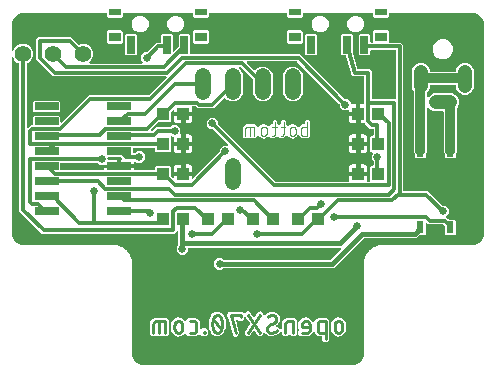
<source format=gbr>
G04 EAGLE Gerber RS-274X export*
G75*
%MOMM*%
%FSLAX34Y34*%
%LPD*%
%INBottom Copper*%
%IPPOS*%
%AMOC8*
5,1,8,0,0,1.08239X$1,22.5*%
G01*
%ADD10C,0.101600*%
%ADD11C,0.279400*%
%ADD12R,2.032000X0.660400*%
%ADD13C,1.208000*%
%ADD14C,1.400000*%
%ADD15R,0.600000X1.000000*%
%ADD16R,1.000000X1.100000*%
%ADD17R,0.700000X1.500000*%
%ADD18R,1.000000X0.600000*%
%ADD19R,1.000000X0.800000*%
%ADD20C,1.320800*%
%ADD21C,0.304800*%
%ADD22C,0.654800*%
%ADD23C,0.406400*%
%ADD24C,0.812800*%

G36*
X789187Y193980D02*
X789187Y193980D01*
X789215Y193980D01*
X789376Y194027D01*
X792489Y195316D01*
X792545Y195351D01*
X792605Y195376D01*
X792670Y195428D01*
X792698Y195446D01*
X792711Y195461D01*
X792736Y195481D01*
X795119Y197864D01*
X795157Y197917D01*
X795203Y197964D01*
X795243Y198037D01*
X795262Y198064D01*
X795268Y198082D01*
X795284Y198111D01*
X796573Y201224D01*
X796580Y201251D01*
X796593Y201276D01*
X796628Y201441D01*
X796794Y203125D01*
X796792Y203152D01*
X796797Y203200D01*
X796797Y282583D01*
X799234Y288465D01*
X800638Y289870D01*
X800691Y289944D01*
X800751Y290013D01*
X800763Y290043D01*
X800782Y290069D01*
X800809Y290156D01*
X800843Y290241D01*
X800847Y290282D01*
X800854Y290304D01*
X800853Y290337D01*
X800861Y290408D01*
X800861Y291339D01*
X801792Y291339D01*
X801882Y291354D01*
X801973Y291361D01*
X802003Y291373D01*
X802035Y291379D01*
X802116Y291421D01*
X802199Y291457D01*
X802232Y291483D01*
X802252Y291494D01*
X802274Y291517D01*
X802330Y291562D01*
X803735Y292966D01*
X809617Y295403D01*
X889000Y295403D01*
X889026Y295407D01*
X889075Y295406D01*
X890759Y295572D01*
X890787Y295580D01*
X890815Y295580D01*
X890976Y295627D01*
X894089Y296916D01*
X894145Y296951D01*
X894205Y296976D01*
X894270Y297028D01*
X894298Y297046D01*
X894311Y297061D01*
X894336Y297081D01*
X896719Y299464D01*
X896757Y299517D01*
X896803Y299564D01*
X896843Y299637D01*
X896862Y299664D01*
X896868Y299682D01*
X896884Y299711D01*
X898173Y302824D01*
X898180Y302851D01*
X898193Y302876D01*
X898228Y303041D01*
X898394Y304725D01*
X898392Y304752D01*
X898397Y304800D01*
X898397Y482600D01*
X898393Y482626D01*
X898394Y482675D01*
X898228Y484359D01*
X898220Y484387D01*
X898220Y484415D01*
X898173Y484576D01*
X896884Y487689D01*
X896849Y487745D01*
X896824Y487805D01*
X896772Y487870D01*
X896754Y487898D01*
X896739Y487911D01*
X896719Y487936D01*
X894336Y490319D01*
X894283Y490357D01*
X894236Y490403D01*
X894163Y490443D01*
X894136Y490462D01*
X894118Y490468D01*
X894089Y490484D01*
X890976Y491773D01*
X890949Y491780D01*
X890924Y491793D01*
X890759Y491828D01*
X889075Y491994D01*
X889048Y491992D01*
X889000Y491997D01*
X818486Y491997D01*
X818466Y491994D01*
X818447Y491996D01*
X818345Y491974D01*
X818243Y491958D01*
X818226Y491948D01*
X818206Y491944D01*
X818117Y491891D01*
X818026Y491842D01*
X818012Y491828D01*
X817995Y491818D01*
X817928Y491739D01*
X817856Y491664D01*
X817848Y491646D01*
X817835Y491631D01*
X817796Y491535D01*
X817753Y491441D01*
X817751Y491421D01*
X817743Y491403D01*
X817725Y491236D01*
X817725Y488968D01*
X816832Y488075D01*
X805568Y488075D01*
X804675Y488968D01*
X804675Y491236D01*
X804672Y491256D01*
X804674Y491275D01*
X804652Y491377D01*
X804636Y491479D01*
X804626Y491496D01*
X804622Y491516D01*
X804569Y491605D01*
X804520Y491696D01*
X804506Y491710D01*
X804496Y491727D01*
X804417Y491794D01*
X804342Y491866D01*
X804324Y491874D01*
X804309Y491887D01*
X804213Y491926D01*
X804119Y491969D01*
X804099Y491971D01*
X804081Y491979D01*
X803914Y491997D01*
X745486Y491997D01*
X745466Y491994D01*
X745447Y491996D01*
X745345Y491974D01*
X745243Y491958D01*
X745226Y491948D01*
X745206Y491944D01*
X745117Y491891D01*
X745026Y491842D01*
X745012Y491828D01*
X744995Y491818D01*
X744928Y491739D01*
X744856Y491664D01*
X744848Y491646D01*
X744835Y491631D01*
X744796Y491535D01*
X744753Y491441D01*
X744751Y491421D01*
X744743Y491403D01*
X744725Y491236D01*
X744725Y488968D01*
X743832Y488075D01*
X732568Y488075D01*
X731675Y488968D01*
X731675Y491236D01*
X731672Y491256D01*
X731674Y491275D01*
X731652Y491377D01*
X731636Y491479D01*
X731626Y491496D01*
X731622Y491516D01*
X731569Y491605D01*
X731520Y491696D01*
X731506Y491710D01*
X731496Y491727D01*
X731417Y491794D01*
X731342Y491866D01*
X731324Y491874D01*
X731309Y491887D01*
X731213Y491926D01*
X731119Y491969D01*
X731099Y491971D01*
X731081Y491979D01*
X730914Y491997D01*
X666086Y491997D01*
X666066Y491994D01*
X666047Y491996D01*
X665945Y491974D01*
X665843Y491958D01*
X665826Y491948D01*
X665806Y491944D01*
X665717Y491891D01*
X665626Y491842D01*
X665612Y491828D01*
X665595Y491818D01*
X665528Y491739D01*
X665456Y491664D01*
X665448Y491646D01*
X665435Y491631D01*
X665396Y491535D01*
X665353Y491441D01*
X665351Y491421D01*
X665343Y491403D01*
X665325Y491236D01*
X665325Y488968D01*
X664432Y488075D01*
X653168Y488075D01*
X652275Y488968D01*
X652275Y491236D01*
X652272Y491256D01*
X652274Y491275D01*
X652252Y491377D01*
X652236Y491479D01*
X652226Y491496D01*
X652222Y491516D01*
X652169Y491605D01*
X652120Y491696D01*
X652106Y491710D01*
X652096Y491727D01*
X652017Y491794D01*
X651942Y491866D01*
X651924Y491874D01*
X651909Y491887D01*
X651813Y491926D01*
X651719Y491969D01*
X651699Y491971D01*
X651681Y491979D01*
X651514Y491997D01*
X593086Y491997D01*
X593066Y491994D01*
X593047Y491996D01*
X592945Y491974D01*
X592843Y491958D01*
X592826Y491948D01*
X592806Y491944D01*
X592717Y491891D01*
X592626Y491842D01*
X592612Y491828D01*
X592595Y491818D01*
X592528Y491739D01*
X592456Y491664D01*
X592448Y491646D01*
X592435Y491631D01*
X592396Y491535D01*
X592353Y491441D01*
X592351Y491421D01*
X592343Y491403D01*
X592325Y491236D01*
X592325Y488968D01*
X591432Y488075D01*
X580168Y488075D01*
X579275Y488968D01*
X579275Y491236D01*
X579272Y491256D01*
X579274Y491275D01*
X579252Y491377D01*
X579236Y491479D01*
X579226Y491496D01*
X579222Y491516D01*
X579169Y491605D01*
X579120Y491696D01*
X579106Y491710D01*
X579096Y491727D01*
X579017Y491794D01*
X578942Y491866D01*
X578924Y491874D01*
X578909Y491887D01*
X578813Y491926D01*
X578719Y491969D01*
X578699Y491971D01*
X578681Y491979D01*
X578514Y491997D01*
X508000Y491997D01*
X507974Y491993D01*
X507925Y491994D01*
X506241Y491828D01*
X506213Y491820D01*
X506185Y491820D01*
X506024Y491773D01*
X502911Y490484D01*
X502855Y490449D01*
X502795Y490424D01*
X502730Y490372D01*
X502702Y490354D01*
X502689Y490339D01*
X502664Y490319D01*
X500281Y487936D01*
X500243Y487883D01*
X500197Y487836D01*
X500157Y487763D01*
X500138Y487736D01*
X500132Y487718D01*
X500116Y487689D01*
X498827Y484576D01*
X498820Y484549D01*
X498807Y484524D01*
X498772Y484359D01*
X498606Y482675D01*
X498608Y482648D01*
X498603Y482600D01*
X498603Y460616D01*
X498618Y460520D01*
X498628Y460423D01*
X498638Y460399D01*
X498642Y460373D01*
X498688Y460287D01*
X498728Y460198D01*
X498745Y460179D01*
X498758Y460156D01*
X498828Y460089D01*
X498894Y460017D01*
X498917Y460005D01*
X498936Y459987D01*
X499024Y459946D01*
X499110Y459899D01*
X499135Y459894D01*
X499159Y459883D01*
X499256Y459872D01*
X499352Y459855D01*
X499378Y459859D01*
X499403Y459856D01*
X499499Y459877D01*
X499595Y459891D01*
X499618Y459903D01*
X499644Y459908D01*
X499727Y459958D01*
X499814Y460002D01*
X499833Y460021D01*
X499855Y460034D01*
X499918Y460108D01*
X499986Y460178D01*
X500002Y460207D01*
X500015Y460221D01*
X500027Y460252D01*
X500067Y460325D01*
X500773Y462029D01*
X503171Y464427D01*
X506304Y465725D01*
X509696Y465725D01*
X512829Y464427D01*
X515227Y462029D01*
X516525Y458896D01*
X516525Y455504D01*
X515227Y452371D01*
X512829Y449973D01*
X511519Y449430D01*
X511419Y449369D01*
X511319Y449309D01*
X511315Y449304D01*
X511310Y449301D01*
X511235Y449211D01*
X511159Y449122D01*
X511157Y449116D01*
X511153Y449111D01*
X511111Y449003D01*
X511067Y448894D01*
X511066Y448886D01*
X511065Y448882D01*
X511064Y448863D01*
X511049Y448727D01*
X511049Y394961D01*
X511060Y394890D01*
X511062Y394818D01*
X511080Y394769D01*
X511088Y394718D01*
X511122Y394655D01*
X511147Y394587D01*
X511179Y394547D01*
X511204Y394500D01*
X511256Y394451D01*
X511300Y394395D01*
X511344Y394367D01*
X511382Y394331D01*
X511447Y394301D01*
X511507Y394262D01*
X511558Y394249D01*
X511605Y394227D01*
X511676Y394220D01*
X511746Y394202D01*
X511798Y394206D01*
X511849Y394200D01*
X511920Y394216D01*
X511991Y394221D01*
X512039Y394242D01*
X512090Y394253D01*
X512151Y394289D01*
X512217Y394318D01*
X512273Y394362D01*
X512301Y394379D01*
X512316Y394397D01*
X512348Y394422D01*
X513310Y395384D01*
X514675Y396749D01*
X515620Y396749D01*
X515640Y396752D01*
X515659Y396750D01*
X515761Y396772D01*
X515863Y396788D01*
X515880Y396798D01*
X515900Y396802D01*
X515989Y396855D01*
X516080Y396904D01*
X516094Y396918D01*
X516111Y396928D01*
X516178Y397007D01*
X516250Y397082D01*
X516258Y397100D01*
X516271Y397115D01*
X516310Y397211D01*
X516353Y397305D01*
X516355Y397325D01*
X516363Y397343D01*
X516381Y397510D01*
X516381Y403984D01*
X517274Y404877D01*
X538858Y404877D01*
X539751Y403984D01*
X539751Y399850D01*
X539762Y399779D01*
X539764Y399708D01*
X539782Y399659D01*
X539790Y399607D01*
X539824Y399544D01*
X539849Y399477D01*
X539881Y399436D01*
X539906Y399390D01*
X539958Y399341D01*
X540002Y399285D01*
X540046Y399256D01*
X540084Y399221D01*
X540149Y399190D01*
X540209Y399152D01*
X540260Y399139D01*
X540307Y399117D01*
X540378Y399109D01*
X540448Y399092D01*
X540500Y399096D01*
X540551Y399090D01*
X540622Y399105D01*
X540693Y399111D01*
X540741Y399131D01*
X540792Y399142D01*
X540853Y399179D01*
X540919Y399207D01*
X540975Y399252D01*
X541003Y399268D01*
X541018Y399286D01*
X541050Y399312D01*
X563887Y422149D01*
X614372Y422149D01*
X614462Y422163D01*
X614553Y422171D01*
X614583Y422183D01*
X614615Y422188D01*
X614695Y422231D01*
X614779Y422267D01*
X614811Y422293D01*
X614832Y422304D01*
X614854Y422327D01*
X614910Y422372D01*
X629515Y436977D01*
X629557Y437035D01*
X629606Y437087D01*
X629628Y437134D01*
X629659Y437176D01*
X629680Y437245D01*
X629710Y437310D01*
X629716Y437362D01*
X629731Y437412D01*
X629729Y437483D01*
X629737Y437554D01*
X629726Y437605D01*
X629725Y437657D01*
X629700Y437725D01*
X629685Y437795D01*
X629658Y437840D01*
X629640Y437888D01*
X629595Y437944D01*
X629559Y438006D01*
X629519Y438040D01*
X629487Y438080D01*
X629426Y438119D01*
X629372Y438166D01*
X629323Y438185D01*
X629280Y438213D01*
X629210Y438231D01*
X629144Y438258D01*
X629072Y438266D01*
X629041Y438274D01*
X629018Y438272D01*
X628977Y438276D01*
X533725Y438276D01*
X519239Y452762D01*
X519239Y469575D01*
X521025Y471361D01*
X548950Y471361D01*
X554965Y465347D01*
X555059Y465279D01*
X555153Y465209D01*
X555159Y465207D01*
X555164Y465204D01*
X555275Y465169D01*
X555387Y465133D01*
X555393Y465133D01*
X555399Y465131D01*
X555516Y465134D01*
X555633Y465135D01*
X555640Y465137D01*
X555645Y465138D01*
X555663Y465144D01*
X555794Y465182D01*
X557104Y465725D01*
X560496Y465725D01*
X563629Y464427D01*
X566027Y462029D01*
X567325Y458896D01*
X567325Y455504D01*
X566027Y452371D01*
X564092Y450436D01*
X564050Y450378D01*
X564000Y450326D01*
X563978Y450278D01*
X563948Y450236D01*
X563927Y450168D01*
X563897Y450102D01*
X563891Y450051D01*
X563876Y450001D01*
X563878Y449929D01*
X563870Y449858D01*
X563881Y449807D01*
X563882Y449755D01*
X563907Y449688D01*
X563922Y449618D01*
X563949Y449573D01*
X563966Y449524D01*
X564011Y449468D01*
X564048Y449407D01*
X564088Y449373D01*
X564120Y449332D01*
X564180Y449293D01*
X564235Y449247D01*
X564283Y449227D01*
X564327Y449199D01*
X564397Y449182D01*
X564463Y449155D01*
X564534Y449147D01*
X564566Y449139D01*
X564589Y449141D01*
X564630Y449136D01*
X609040Y449136D01*
X609110Y449148D01*
X609182Y449150D01*
X609231Y449168D01*
X609282Y449176D01*
X609346Y449210D01*
X609413Y449234D01*
X609454Y449267D01*
X609500Y449291D01*
X609549Y449343D01*
X609605Y449388D01*
X609633Y449432D01*
X609669Y449469D01*
X609699Y449534D01*
X609738Y449595D01*
X609751Y449645D01*
X609773Y449692D01*
X609781Y449764D01*
X609798Y449833D01*
X609794Y449885D01*
X609800Y449937D01*
X609785Y450007D01*
X609779Y450078D01*
X609759Y450126D01*
X609748Y450177D01*
X609711Y450239D01*
X609683Y450305D01*
X609638Y450361D01*
X609621Y450388D01*
X609604Y450404D01*
X609578Y450436D01*
X607976Y452037D01*
X607976Y456013D01*
X610787Y458824D01*
X612947Y458824D01*
X613037Y458838D01*
X613128Y458846D01*
X613158Y458858D01*
X613190Y458863D01*
X613270Y458906D01*
X613354Y458942D01*
X613386Y458968D01*
X613407Y458979D01*
X613429Y459002D01*
X613485Y459047D01*
X619028Y464590D01*
X621037Y466599D01*
X624014Y466599D01*
X624034Y466602D01*
X624053Y466600D01*
X624155Y466622D01*
X624257Y466638D01*
X624274Y466648D01*
X624294Y466652D01*
X624383Y466705D01*
X624474Y466754D01*
X624488Y466768D01*
X624505Y466778D01*
X624572Y466857D01*
X624644Y466932D01*
X624652Y466950D01*
X624665Y466965D01*
X624704Y467061D01*
X624747Y467155D01*
X624749Y467175D01*
X624757Y467193D01*
X624775Y467360D01*
X624775Y473232D01*
X625668Y474125D01*
X633932Y474125D01*
X634825Y473232D01*
X634825Y459999D01*
X634836Y459928D01*
X634838Y459857D01*
X634856Y459808D01*
X634864Y459756D01*
X634898Y459693D01*
X634923Y459626D01*
X634955Y459585D01*
X634980Y459539D01*
X635031Y459490D01*
X635076Y459434D01*
X635120Y459405D01*
X635158Y459370D01*
X635223Y459339D01*
X635283Y459301D01*
X635334Y459288D01*
X635381Y459266D01*
X635452Y459258D01*
X635522Y459241D01*
X635574Y459245D01*
X635625Y459239D01*
X635696Y459254D01*
X635767Y459260D01*
X635815Y459280D01*
X635866Y459291D01*
X635927Y459328D01*
X635993Y459356D01*
X636049Y459401D01*
X636077Y459417D01*
X636092Y459435D01*
X636124Y459461D01*
X639552Y462889D01*
X639605Y462963D01*
X639665Y463032D01*
X639677Y463062D01*
X639696Y463089D01*
X639723Y463176D01*
X639757Y463260D01*
X639761Y463301D01*
X639768Y463324D01*
X639767Y463356D01*
X639775Y463427D01*
X639775Y473232D01*
X640668Y474125D01*
X648932Y474125D01*
X649825Y473232D01*
X649825Y457835D01*
X649828Y457815D01*
X649826Y457796D01*
X649848Y457694D01*
X649864Y457592D01*
X649874Y457575D01*
X649878Y457555D01*
X649931Y457466D01*
X649980Y457375D01*
X649994Y457361D01*
X650004Y457344D01*
X650083Y457277D01*
X650158Y457205D01*
X650176Y457197D01*
X650191Y457184D01*
X650287Y457145D01*
X650381Y457102D01*
X650401Y457100D01*
X650419Y457092D01*
X650586Y457074D01*
X742625Y457074D01*
X780340Y419359D01*
X780414Y419306D01*
X780483Y419247D01*
X780513Y419234D01*
X780540Y419216D01*
X780627Y419189D01*
X780711Y419155D01*
X780752Y419150D01*
X780775Y419143D01*
X780807Y419144D01*
X780878Y419136D01*
X783038Y419136D01*
X785849Y416325D01*
X785849Y415202D01*
X785852Y415182D01*
X785850Y415163D01*
X785872Y415061D01*
X785888Y414959D01*
X785898Y414942D01*
X785902Y414922D01*
X785955Y414833D01*
X786004Y414742D01*
X786018Y414728D01*
X786028Y414711D01*
X786107Y414644D01*
X786182Y414572D01*
X786200Y414564D01*
X786215Y414551D01*
X786311Y414512D01*
X786405Y414469D01*
X786425Y414467D01*
X786443Y414459D01*
X786610Y414441D01*
X790077Y414441D01*
X790077Y407923D01*
X784059Y407923D01*
X784059Y408778D01*
X784056Y408797D01*
X784058Y408817D01*
X784036Y408918D01*
X784020Y409020D01*
X784010Y409038D01*
X784006Y409057D01*
X783953Y409146D01*
X783904Y409238D01*
X783890Y409251D01*
X783880Y409268D01*
X783801Y409336D01*
X783726Y409407D01*
X783708Y409415D01*
X783693Y409428D01*
X783597Y409467D01*
X783503Y409511D01*
X783483Y409513D01*
X783465Y409520D01*
X783298Y409539D01*
X779062Y409539D01*
X776251Y412350D01*
X776251Y414509D01*
X776237Y414599D01*
X776229Y414690D01*
X776217Y414720D01*
X776212Y414752D01*
X776169Y414833D01*
X776133Y414917D01*
X776107Y414949D01*
X776096Y414969D01*
X776073Y414992D01*
X776028Y415048D01*
X740323Y450753D01*
X740249Y450806D01*
X740179Y450866D01*
X740149Y450878D01*
X740123Y450897D01*
X740036Y450924D01*
X739951Y450958D01*
X739910Y450962D01*
X739888Y450969D01*
X739856Y450968D01*
X739784Y450976D01*
X698173Y450976D01*
X698102Y450965D01*
X698031Y450963D01*
X697982Y450945D01*
X697930Y450937D01*
X697867Y450903D01*
X697800Y450878D01*
X697759Y450846D01*
X697713Y450821D01*
X697664Y450770D01*
X697608Y450725D01*
X697579Y450681D01*
X697544Y450643D01*
X697513Y450578D01*
X697475Y450518D01*
X697462Y450467D01*
X697440Y450420D01*
X697432Y450349D01*
X697415Y450279D01*
X697419Y450227D01*
X697413Y450176D01*
X697428Y450105D01*
X697434Y450034D01*
X697454Y449986D01*
X697465Y449935D01*
X697502Y449874D01*
X697530Y449808D01*
X697575Y449752D01*
X697591Y449724D01*
X697609Y449709D01*
X697635Y449677D01*
X703768Y443544D01*
X703784Y443532D01*
X703796Y443517D01*
X703884Y443461D01*
X703967Y443400D01*
X703986Y443395D01*
X704003Y443384D01*
X704104Y443358D01*
X704202Y443328D01*
X704222Y443329D01*
X704242Y443324D01*
X704345Y443332D01*
X704448Y443334D01*
X704467Y443341D01*
X704487Y443343D01*
X704582Y443383D01*
X704679Y443419D01*
X704695Y443431D01*
X704713Y443439D01*
X704844Y443544D01*
X706595Y445295D01*
X709583Y446533D01*
X712817Y446533D01*
X715805Y445295D01*
X718091Y443009D01*
X719329Y440021D01*
X719329Y423579D01*
X718091Y420591D01*
X715805Y418305D01*
X712817Y417067D01*
X709583Y417067D01*
X706595Y418305D01*
X704309Y420591D01*
X703071Y423579D01*
X703071Y435302D01*
X703057Y435392D01*
X703049Y435483D01*
X703037Y435513D01*
X703032Y435545D01*
X702989Y435625D01*
X702953Y435709D01*
X702927Y435741D01*
X702916Y435762D01*
X702893Y435784D01*
X702848Y435840D01*
X692698Y445991D01*
X692624Y446044D01*
X692554Y446103D01*
X692524Y446116D01*
X692498Y446134D01*
X692411Y446161D01*
X692326Y446195D01*
X692285Y446200D01*
X692263Y446207D01*
X692231Y446206D01*
X692159Y446214D01*
X691324Y446214D01*
X691253Y446202D01*
X691181Y446200D01*
X691132Y446182D01*
X691081Y446174D01*
X691018Y446140D01*
X690950Y446116D01*
X690910Y446083D01*
X690864Y446059D01*
X690814Y446007D01*
X690758Y445962D01*
X690730Y445918D01*
X690694Y445881D01*
X690664Y445816D01*
X690625Y445755D01*
X690613Y445705D01*
X690591Y445658D01*
X690583Y445586D01*
X690565Y445517D01*
X690569Y445465D01*
X690564Y445413D01*
X690579Y445343D01*
X690584Y445272D01*
X690605Y445224D01*
X690616Y445173D01*
X690653Y445111D01*
X690681Y445045D01*
X690726Y444989D01*
X690742Y444962D01*
X690760Y444946D01*
X690786Y444914D01*
X692691Y443009D01*
X693929Y440021D01*
X693929Y423579D01*
X692691Y420591D01*
X690405Y418305D01*
X687417Y417067D01*
X684183Y417067D01*
X681195Y418305D01*
X679444Y420056D01*
X679428Y420068D01*
X679416Y420083D01*
X679328Y420139D01*
X679244Y420200D01*
X679225Y420205D01*
X679209Y420216D01*
X679108Y420242D01*
X679009Y420272D01*
X678989Y420271D01*
X678970Y420276D01*
X678867Y420268D01*
X678763Y420266D01*
X678745Y420259D01*
X678725Y420257D01*
X678630Y420217D01*
X678532Y420181D01*
X678517Y420169D01*
X678499Y420161D01*
X678368Y420056D01*
X669600Y411289D01*
X655962Y411289D01*
X654598Y412653D01*
X654524Y412706D01*
X654454Y412766D01*
X654424Y412778D01*
X654398Y412797D01*
X654311Y412824D01*
X654226Y412858D01*
X654185Y412862D01*
X654163Y412869D01*
X654131Y412868D01*
X654059Y412876D01*
X651802Y412876D01*
X651782Y412873D01*
X651763Y412875D01*
X651661Y412853D01*
X651559Y412837D01*
X651542Y412827D01*
X651522Y412823D01*
X651433Y412770D01*
X651342Y412721D01*
X651328Y412707D01*
X651311Y412697D01*
X651244Y412618D01*
X651172Y412543D01*
X651164Y412525D01*
X651151Y412510D01*
X651112Y412414D01*
X651069Y412320D01*
X651067Y412300D01*
X651059Y412282D01*
X651041Y412115D01*
X651041Y407923D01*
X644262Y407923D01*
X644242Y407920D01*
X644223Y407922D01*
X644121Y407900D01*
X644019Y407883D01*
X644002Y407874D01*
X643982Y407870D01*
X643893Y407817D01*
X643802Y407768D01*
X643788Y407754D01*
X643771Y407744D01*
X643704Y407665D01*
X643633Y407590D01*
X643624Y407572D01*
X643611Y407557D01*
X643572Y407461D01*
X643529Y407367D01*
X643527Y407347D01*
X643519Y407329D01*
X643501Y407162D01*
X643501Y406399D01*
X643499Y406399D01*
X643499Y407162D01*
X643496Y407182D01*
X643498Y407201D01*
X643476Y407303D01*
X643459Y407405D01*
X643450Y407422D01*
X643446Y407442D01*
X643393Y407531D01*
X643344Y407622D01*
X643330Y407636D01*
X643320Y407653D01*
X643241Y407720D01*
X643166Y407791D01*
X643148Y407800D01*
X643133Y407813D01*
X643037Y407852D01*
X642943Y407895D01*
X642923Y407897D01*
X642905Y407905D01*
X642738Y407923D01*
X635959Y407923D01*
X635959Y409147D01*
X635948Y409218D01*
X635946Y409290D01*
X635928Y409339D01*
X635920Y409390D01*
X635886Y409453D01*
X635861Y409521D01*
X635829Y409562D01*
X635804Y409608D01*
X635753Y409657D01*
X635708Y409713D01*
X635664Y409741D01*
X635626Y409777D01*
X635561Y409807D01*
X635501Y409846D01*
X635450Y409859D01*
X635403Y409881D01*
X635332Y409888D01*
X635262Y409906D01*
X635210Y409902D01*
X635159Y409908D01*
X635088Y409892D01*
X635017Y409887D01*
X634969Y409866D01*
X634918Y409855D01*
X634857Y409819D01*
X634791Y409790D01*
X634735Y409746D01*
X634707Y409729D01*
X634692Y409711D01*
X634660Y409686D01*
X633248Y408274D01*
X633195Y408200D01*
X633135Y408130D01*
X633123Y408100D01*
X633104Y408074D01*
X633077Y407987D01*
X633043Y407902D01*
X633039Y407861D01*
X633032Y407839D01*
X633033Y407807D01*
X633025Y407735D01*
X633025Y400268D01*
X632132Y399375D01*
X623077Y399375D01*
X622987Y399361D01*
X622896Y399353D01*
X622866Y399341D01*
X622834Y399336D01*
X622754Y399293D01*
X622670Y399257D01*
X622638Y399231D01*
X622617Y399220D01*
X622595Y399197D01*
X622539Y399152D01*
X616672Y393286D01*
X616630Y393228D01*
X616581Y393176D01*
X616559Y393128D01*
X616529Y393086D01*
X616508Y393018D01*
X616477Y392952D01*
X616472Y392901D01*
X616456Y392851D01*
X616458Y392779D01*
X616450Y392708D01*
X616461Y392657D01*
X616463Y392605D01*
X616487Y392538D01*
X616503Y392468D01*
X616529Y392423D01*
X616547Y392374D01*
X616592Y392318D01*
X616629Y392257D01*
X616668Y392223D01*
X616701Y392182D01*
X616761Y392143D01*
X616816Y392097D01*
X616864Y392077D01*
X616908Y392049D01*
X616977Y392032D01*
X617044Y392005D01*
X617115Y391997D01*
X617146Y391989D01*
X617170Y391991D01*
X617211Y391986D01*
X617547Y391986D01*
X617637Y392001D01*
X617728Y392008D01*
X617758Y392021D01*
X617790Y392026D01*
X617870Y392069D01*
X617954Y392104D01*
X617986Y392130D01*
X618007Y392141D01*
X618029Y392164D01*
X618085Y392209D01*
X621037Y395161D01*
X632534Y395161D01*
X632625Y395176D01*
X632715Y395183D01*
X632745Y395196D01*
X632777Y395201D01*
X632858Y395244D01*
X632942Y395279D01*
X632974Y395305D01*
X632995Y395316D01*
X633017Y395339D01*
X633073Y395384D01*
X634600Y396911D01*
X637787Y396911D01*
X637811Y396915D01*
X637835Y396913D01*
X637932Y396935D01*
X638030Y396951D01*
X638051Y396962D01*
X638075Y396968D01*
X638160Y397020D01*
X638248Y397066D01*
X638264Y397083D01*
X638285Y397096D01*
X638342Y397165D01*
X638367Y397135D01*
X638383Y397107D01*
X638401Y397092D01*
X638427Y397060D01*
X641386Y394100D01*
X641386Y389908D01*
X641386Y389907D01*
X641386Y389896D01*
X641386Y389821D01*
X641380Y389763D01*
X641391Y389712D01*
X641392Y389661D01*
X641417Y389593D01*
X641432Y389522D01*
X641458Y389478D01*
X641476Y389430D01*
X641521Y389373D01*
X641558Y389311D01*
X641597Y389278D01*
X641629Y389238D01*
X641690Y389198D01*
X641745Y389151D01*
X641793Y389132D01*
X641836Y389104D01*
X641906Y389086D01*
X641973Y389059D01*
X641977Y389059D01*
X641977Y382523D01*
X635959Y382523D01*
X635959Y386553D01*
X635956Y386572D01*
X635958Y386592D01*
X635936Y386693D01*
X635920Y386795D01*
X635910Y386813D01*
X635906Y386832D01*
X635853Y386921D01*
X635804Y387013D01*
X635790Y387026D01*
X635780Y387043D01*
X635701Y387111D01*
X635626Y387182D01*
X635608Y387190D01*
X635593Y387203D01*
X635497Y387242D01*
X635403Y387286D01*
X635383Y387288D01*
X635365Y387295D01*
X635198Y387314D01*
X634600Y387314D01*
X634324Y387589D01*
X634266Y387631D01*
X634214Y387681D01*
X634167Y387702D01*
X634125Y387733D01*
X634056Y387754D01*
X633991Y387784D01*
X633939Y387790D01*
X633889Y387805D01*
X633818Y387803D01*
X633747Y387811D01*
X633696Y387800D01*
X633644Y387799D01*
X633576Y387774D01*
X633506Y387759D01*
X633461Y387732D01*
X633413Y387714D01*
X633357Y387670D01*
X633295Y387633D01*
X633261Y387593D01*
X633221Y387561D01*
X633182Y387500D01*
X633135Y387446D01*
X633116Y387397D01*
X633088Y387354D01*
X633070Y387284D01*
X633043Y387218D01*
X633035Y387146D01*
X633027Y387115D01*
X633029Y387092D01*
X633025Y387051D01*
X633025Y374868D01*
X632132Y373975D01*
X620868Y373975D01*
X619975Y374868D01*
X619975Y377190D01*
X619972Y377210D01*
X619974Y377229D01*
X619952Y377331D01*
X619936Y377433D01*
X619926Y377450D01*
X619922Y377470D01*
X619869Y377559D01*
X619820Y377650D01*
X619806Y377664D01*
X619796Y377681D01*
X619717Y377748D01*
X619642Y377820D01*
X619624Y377828D01*
X619609Y377841D01*
X619513Y377880D01*
X619419Y377923D01*
X619399Y377925D01*
X619381Y377933D01*
X619214Y377951D01*
X601980Y377951D01*
X601960Y377948D01*
X601941Y377950D01*
X601839Y377928D01*
X601737Y377912D01*
X601720Y377902D01*
X601700Y377898D01*
X601611Y377845D01*
X601520Y377796D01*
X601506Y377782D01*
X601489Y377772D01*
X601422Y377693D01*
X601350Y377618D01*
X601342Y377600D01*
X601329Y377585D01*
X601290Y377489D01*
X601247Y377395D01*
X601245Y377375D01*
X601237Y377357D01*
X601219Y377190D01*
X601219Y373697D01*
X601222Y373678D01*
X601220Y373658D01*
X601242Y373557D01*
X601258Y373455D01*
X601268Y373437D01*
X601272Y373418D01*
X601325Y373329D01*
X601374Y373237D01*
X601388Y373224D01*
X601398Y373207D01*
X601477Y373139D01*
X601552Y373068D01*
X601570Y373060D01*
X601585Y373047D01*
X601681Y373008D01*
X601775Y372964D01*
X601795Y372962D01*
X601813Y372955D01*
X601980Y372936D01*
X602372Y372936D01*
X602462Y372951D01*
X602553Y372958D01*
X602583Y372971D01*
X602615Y372976D01*
X602695Y373019D01*
X602779Y373054D01*
X602811Y373080D01*
X602832Y373091D01*
X602854Y373114D01*
X602910Y373159D01*
X604437Y374686D01*
X608413Y374686D01*
X611224Y371875D01*
X611224Y367900D01*
X608413Y365089D01*
X604437Y365089D01*
X603534Y365992D01*
X603476Y366034D01*
X603424Y366083D01*
X603377Y366105D01*
X603335Y366135D01*
X603266Y366156D01*
X603201Y366187D01*
X603149Y366192D01*
X603099Y366208D01*
X603028Y366206D01*
X602957Y366214D01*
X602906Y366203D01*
X602854Y366201D01*
X602786Y366177D01*
X602716Y366162D01*
X602671Y366135D01*
X602623Y366117D01*
X602567Y366072D01*
X602505Y366035D01*
X602471Y365996D01*
X602431Y365963D01*
X602392Y365903D01*
X602345Y365848D01*
X602326Y365800D01*
X602298Y365756D01*
X602280Y365687D01*
X602253Y365620D01*
X602245Y365549D01*
X602237Y365518D01*
X602239Y365494D01*
X602235Y365454D01*
X602235Y363473D01*
X591057Y363473D01*
X591057Y367793D01*
X591258Y367793D01*
X591329Y367804D01*
X591400Y367806D01*
X591449Y367824D01*
X591501Y367832D01*
X591564Y367866D01*
X591631Y367891D01*
X591672Y367923D01*
X591718Y367948D01*
X591767Y368000D01*
X591823Y368044D01*
X591851Y368088D01*
X591887Y368126D01*
X591918Y368191D01*
X591956Y368251D01*
X591969Y368302D01*
X591991Y368349D01*
X591999Y368420D01*
X592016Y368490D01*
X592012Y368542D01*
X592018Y368593D01*
X592003Y368664D01*
X591997Y368735D01*
X591977Y368783D01*
X591966Y368834D01*
X591929Y368895D01*
X591901Y368961D01*
X591856Y369017D01*
X591840Y369045D01*
X591822Y369060D01*
X591796Y369092D01*
X591288Y369600D01*
X591214Y369654D01*
X591145Y369713D01*
X591115Y369725D01*
X591088Y369744D01*
X591001Y369771D01*
X590917Y369805D01*
X590876Y369809D01*
X590853Y369816D01*
X590821Y369815D01*
X590750Y369823D01*
X580235Y369823D01*
X580215Y369820D01*
X580196Y369822D01*
X580094Y369800D01*
X579992Y369784D01*
X579975Y369774D01*
X579955Y369770D01*
X579866Y369717D01*
X579775Y369668D01*
X579761Y369654D01*
X579744Y369644D01*
X579677Y369565D01*
X579605Y369490D01*
X579597Y369472D01*
X579584Y369457D01*
X579545Y369361D01*
X579502Y369267D01*
X579500Y369247D01*
X579492Y369229D01*
X579474Y369062D01*
X579474Y368554D01*
X579477Y368534D01*
X579475Y368515D01*
X579497Y368413D01*
X579513Y368311D01*
X579523Y368294D01*
X579527Y368274D01*
X579580Y368185D01*
X579629Y368094D01*
X579643Y368080D01*
X579653Y368063D01*
X579732Y367996D01*
X579807Y367924D01*
X579825Y367916D01*
X579840Y367903D01*
X579936Y367864D01*
X580030Y367821D01*
X580050Y367819D01*
X580068Y367811D01*
X580235Y367793D01*
X588011Y367793D01*
X588011Y363473D01*
X576277Y363473D01*
X576257Y363475D01*
X576239Y363483D01*
X576072Y363501D01*
X572687Y363501D01*
X571160Y365028D01*
X571086Y365081D01*
X571017Y365141D01*
X570987Y365153D01*
X570961Y365172D01*
X570874Y365199D01*
X570789Y365233D01*
X570748Y365237D01*
X570725Y365244D01*
X570693Y365243D01*
X570622Y365251D01*
X540512Y365251D01*
X540492Y365248D01*
X540473Y365250D01*
X540371Y365228D01*
X540269Y365212D01*
X540252Y365202D01*
X540232Y365198D01*
X540143Y365145D01*
X540052Y365096D01*
X540038Y365082D01*
X540021Y365072D01*
X539954Y364993D01*
X539882Y364918D01*
X539874Y364900D01*
X539861Y364885D01*
X539822Y364789D01*
X539779Y364695D01*
X539777Y364675D01*
X539769Y364657D01*
X539751Y364490D01*
X539751Y359410D01*
X539754Y359390D01*
X539752Y359371D01*
X539774Y359269D01*
X539790Y359167D01*
X539800Y359150D01*
X539804Y359130D01*
X539857Y359041D01*
X539906Y358950D01*
X539920Y358936D01*
X539930Y358919D01*
X540009Y358852D01*
X540084Y358780D01*
X540102Y358772D01*
X540117Y358759D01*
X540213Y358720D01*
X540307Y358677D01*
X540327Y358675D01*
X540345Y358667D01*
X540512Y358649D01*
X576072Y358649D01*
X576092Y358652D01*
X576111Y358650D01*
X576213Y358672D01*
X576315Y358688D01*
X576332Y358698D01*
X576352Y358702D01*
X576441Y358755D01*
X576532Y358804D01*
X576546Y358818D01*
X576563Y358828D01*
X576630Y358907D01*
X576702Y358982D01*
X576710Y359000D01*
X576723Y359015D01*
X576762Y359111D01*
X576805Y359205D01*
X576807Y359225D01*
X576815Y359243D01*
X576833Y359410D01*
X576833Y360427D01*
X588772Y360427D01*
X588792Y360430D01*
X588811Y360428D01*
X588913Y360450D01*
X589015Y360467D01*
X589032Y360476D01*
X589052Y360480D01*
X589141Y360533D01*
X589232Y360582D01*
X589246Y360596D01*
X589263Y360606D01*
X589330Y360685D01*
X589401Y360760D01*
X589410Y360778D01*
X589423Y360793D01*
X589462Y360889D01*
X589505Y360983D01*
X589507Y361003D01*
X589515Y361021D01*
X589533Y361188D01*
X589533Y361951D01*
X589535Y361951D01*
X589535Y361188D01*
X589538Y361168D01*
X589536Y361149D01*
X589558Y361047D01*
X589575Y360945D01*
X589584Y360928D01*
X589588Y360908D01*
X589641Y360819D01*
X589690Y360728D01*
X589704Y360714D01*
X589714Y360697D01*
X589793Y360630D01*
X589868Y360559D01*
X589886Y360550D01*
X589901Y360537D01*
X589997Y360498D01*
X590091Y360455D01*
X590111Y360453D01*
X590129Y360445D01*
X590296Y360427D01*
X602235Y360427D01*
X602235Y359410D01*
X602238Y359390D01*
X602236Y359371D01*
X602258Y359269D01*
X602274Y359167D01*
X602284Y359150D01*
X602288Y359130D01*
X602341Y359041D01*
X602390Y358950D01*
X602404Y358936D01*
X602414Y358919D01*
X602493Y358852D01*
X602568Y358780D01*
X602586Y358772D01*
X602601Y358759D01*
X602697Y358720D01*
X602791Y358677D01*
X602811Y358675D01*
X602829Y358667D01*
X602996Y358649D01*
X619214Y358649D01*
X619234Y358652D01*
X619253Y358650D01*
X619355Y358672D01*
X619457Y358688D01*
X619474Y358698D01*
X619494Y358702D01*
X619583Y358755D01*
X619674Y358804D01*
X619688Y358818D01*
X619705Y358828D01*
X619772Y358907D01*
X619844Y358982D01*
X619852Y359000D01*
X619865Y359015D01*
X619904Y359111D01*
X619947Y359205D01*
X619949Y359225D01*
X619957Y359243D01*
X619975Y359410D01*
X619975Y361732D01*
X620868Y362625D01*
X632132Y362625D01*
X633025Y361732D01*
X633025Y354265D01*
X633039Y354175D01*
X633047Y354084D01*
X633059Y354054D01*
X633064Y354022D01*
X633107Y353941D01*
X633143Y353857D01*
X633169Y353825D01*
X633180Y353805D01*
X633203Y353782D01*
X633248Y353726D01*
X634660Y352314D01*
X634718Y352272D01*
X634770Y352223D01*
X634817Y352201D01*
X634859Y352171D01*
X634928Y352150D01*
X634993Y352119D01*
X635045Y352114D01*
X635095Y352098D01*
X635166Y352100D01*
X635237Y352092D01*
X635288Y352103D01*
X635340Y352105D01*
X635408Y352129D01*
X635478Y352145D01*
X635523Y352171D01*
X635571Y352189D01*
X635627Y352234D01*
X635689Y352271D01*
X635723Y352310D01*
X635763Y352343D01*
X635802Y352403D01*
X635849Y352458D01*
X635868Y352506D01*
X635896Y352550D01*
X635914Y352619D01*
X635941Y352686D01*
X635949Y352757D01*
X635957Y352788D01*
X635955Y352812D01*
X635959Y352853D01*
X635959Y354077D01*
X642738Y354077D01*
X642758Y354080D01*
X642777Y354078D01*
X642879Y354100D01*
X642981Y354117D01*
X642998Y354126D01*
X643018Y354130D01*
X643107Y354183D01*
X643198Y354232D01*
X643212Y354246D01*
X643229Y354256D01*
X643296Y354335D01*
X643367Y354410D01*
X643376Y354428D01*
X643389Y354443D01*
X643428Y354539D01*
X643471Y354633D01*
X643473Y354653D01*
X643481Y354671D01*
X643499Y354838D01*
X643499Y355601D01*
X643501Y355601D01*
X643501Y354838D01*
X643504Y354818D01*
X643502Y354799D01*
X643524Y354697D01*
X643541Y354595D01*
X643550Y354578D01*
X643554Y354558D01*
X643607Y354469D01*
X643656Y354378D01*
X643670Y354364D01*
X643680Y354347D01*
X643759Y354280D01*
X643834Y354209D01*
X643852Y354200D01*
X643867Y354187D01*
X643963Y354148D01*
X644057Y354105D01*
X644077Y354103D01*
X644095Y354095D01*
X644262Y354077D01*
X651041Y354077D01*
X651041Y352390D01*
X651052Y352319D01*
X651054Y352248D01*
X651072Y352199D01*
X651080Y352147D01*
X651114Y352084D01*
X651139Y352017D01*
X651171Y351976D01*
X651196Y351930D01*
X651248Y351881D01*
X651292Y351825D01*
X651336Y351796D01*
X651374Y351761D01*
X651439Y351730D01*
X651499Y351692D01*
X651550Y351679D01*
X651597Y351657D01*
X651668Y351649D01*
X651738Y351632D01*
X651790Y351636D01*
X651841Y351630D01*
X651912Y351645D01*
X651983Y351651D01*
X652031Y351671D01*
X652082Y351682D01*
X652143Y351719D01*
X652209Y351747D01*
X652265Y351792D01*
X652293Y351808D01*
X652308Y351826D01*
X652340Y351852D01*
X674428Y373940D01*
X674481Y374014D01*
X674541Y374083D01*
X674553Y374113D01*
X674572Y374140D01*
X674599Y374227D01*
X674633Y374311D01*
X674637Y374352D01*
X674644Y374375D01*
X674643Y374407D01*
X674651Y374478D01*
X674651Y376638D01*
X677462Y379449D01*
X681202Y379449D01*
X681273Y379460D01*
X681344Y379462D01*
X681393Y379480D01*
X681445Y379488D01*
X681508Y379522D01*
X681575Y379547D01*
X681616Y379579D01*
X681662Y379604D01*
X681711Y379655D01*
X681767Y379700D01*
X681796Y379744D01*
X681831Y379782D01*
X681862Y379847D01*
X681900Y379907D01*
X681913Y379958D01*
X681935Y380005D01*
X681943Y380076D01*
X681960Y380146D01*
X681956Y380198D01*
X681962Y380249D01*
X681947Y380320D01*
X681941Y380391D01*
X681921Y380439D01*
X681910Y380490D01*
X681873Y380551D01*
X681845Y380617D01*
X681800Y380673D01*
X681784Y380701D01*
X681766Y380716D01*
X681740Y380748D01*
X669048Y393441D01*
X668974Y393494D01*
X668904Y393553D01*
X668874Y393566D01*
X668848Y393584D01*
X668761Y393611D01*
X668676Y393645D01*
X668635Y393650D01*
X668613Y393657D01*
X668581Y393656D01*
X668509Y393664D01*
X666350Y393664D01*
X663539Y396475D01*
X663539Y400450D01*
X666350Y403261D01*
X670325Y403261D01*
X673136Y400450D01*
X673136Y398291D01*
X673151Y398201D01*
X673158Y398110D01*
X673171Y398080D01*
X673176Y398048D01*
X673219Y397967D01*
X673254Y397883D01*
X673280Y397851D01*
X673291Y397831D01*
X673314Y397808D01*
X673359Y397752D01*
X721765Y349347D01*
X721839Y349294D01*
X721908Y349234D01*
X721938Y349222D01*
X721965Y349203D01*
X722052Y349176D01*
X722136Y349142D01*
X722177Y349138D01*
X722200Y349131D01*
X722232Y349132D01*
X722303Y349124D01*
X783298Y349124D01*
X783318Y349127D01*
X783337Y349125D01*
X783439Y349147D01*
X783541Y349163D01*
X783558Y349173D01*
X783578Y349177D01*
X783667Y349230D01*
X783758Y349279D01*
X783772Y349293D01*
X783789Y349303D01*
X783856Y349382D01*
X783928Y349457D01*
X783936Y349475D01*
X783949Y349490D01*
X783988Y349586D01*
X784031Y349680D01*
X784033Y349700D01*
X784041Y349718D01*
X784059Y349885D01*
X784059Y354077D01*
X790838Y354077D01*
X790858Y354080D01*
X790877Y354078D01*
X790979Y354100D01*
X791081Y354117D01*
X791098Y354126D01*
X791118Y354130D01*
X791207Y354183D01*
X791298Y354232D01*
X791312Y354246D01*
X791329Y354256D01*
X791396Y354335D01*
X791467Y354410D01*
X791476Y354428D01*
X791489Y354443D01*
X791528Y354539D01*
X791571Y354633D01*
X791573Y354653D01*
X791581Y354671D01*
X791599Y354838D01*
X791599Y355601D01*
X791601Y355601D01*
X791601Y354838D01*
X791604Y354818D01*
X791602Y354799D01*
X791624Y354697D01*
X791641Y354595D01*
X791650Y354578D01*
X791654Y354558D01*
X791707Y354469D01*
X791756Y354378D01*
X791770Y354364D01*
X791780Y354347D01*
X791859Y354280D01*
X791934Y354209D01*
X791952Y354200D01*
X791967Y354187D01*
X792063Y354148D01*
X792157Y354105D01*
X792177Y354103D01*
X792195Y354095D01*
X792362Y354077D01*
X799141Y354077D01*
X799141Y349885D01*
X799144Y349865D01*
X799142Y349846D01*
X799164Y349744D01*
X799180Y349642D01*
X799190Y349625D01*
X799194Y349605D01*
X799247Y349516D01*
X799296Y349425D01*
X799310Y349411D01*
X799320Y349394D01*
X799399Y349327D01*
X799474Y349255D01*
X799492Y349247D01*
X799507Y349234D01*
X799603Y349195D01*
X799697Y349152D01*
X799717Y349150D01*
X799735Y349142D01*
X799902Y349124D01*
X801314Y349124D01*
X801334Y349127D01*
X801353Y349125D01*
X801455Y349147D01*
X801557Y349163D01*
X801574Y349173D01*
X801594Y349177D01*
X801683Y349230D01*
X801774Y349279D01*
X801788Y349293D01*
X801805Y349303D01*
X801872Y349382D01*
X801944Y349457D01*
X801952Y349475D01*
X801965Y349490D01*
X802004Y349586D01*
X802047Y349680D01*
X802049Y349700D01*
X802057Y349718D01*
X802075Y349885D01*
X802075Y361732D01*
X802968Y362625D01*
X804228Y362625D01*
X804247Y362628D01*
X804267Y362626D01*
X804368Y362648D01*
X804470Y362664D01*
X804488Y362674D01*
X804507Y362678D01*
X804596Y362731D01*
X804688Y362780D01*
X804701Y362794D01*
X804718Y362804D01*
X804786Y362883D01*
X804857Y362958D01*
X804865Y362976D01*
X804878Y362991D01*
X804917Y363087D01*
X804961Y363181D01*
X804963Y363201D01*
X804970Y363219D01*
X804989Y363386D01*
X804989Y365835D01*
X804974Y365925D01*
X804967Y366016D01*
X804954Y366045D01*
X804949Y366077D01*
X804925Y366122D01*
X804925Y366125D01*
X804916Y366140D01*
X804906Y366158D01*
X804871Y366242D01*
X804845Y366274D01*
X804834Y366295D01*
X804811Y366317D01*
X804809Y366319D01*
X804799Y366336D01*
X804788Y366345D01*
X804766Y366373D01*
X803239Y367900D01*
X803239Y371875D01*
X804039Y372676D01*
X804081Y372734D01*
X804131Y372786D01*
X804152Y372833D01*
X804183Y372875D01*
X804204Y372944D01*
X804234Y373009D01*
X804240Y373061D01*
X804255Y373111D01*
X804253Y373182D01*
X804261Y373253D01*
X804250Y373304D01*
X804249Y373356D01*
X804224Y373424D01*
X804209Y373494D01*
X804182Y373539D01*
X804164Y373587D01*
X804120Y373643D01*
X804083Y373705D01*
X804043Y373739D01*
X804011Y373779D01*
X803950Y373818D01*
X803896Y373865D01*
X803848Y373884D01*
X803804Y373912D01*
X803734Y373930D01*
X803668Y373957D01*
X803596Y373965D01*
X803565Y373973D01*
X803542Y373971D01*
X803501Y373975D01*
X802968Y373975D01*
X802075Y374868D01*
X802075Y387132D01*
X802968Y388025D01*
X804228Y388025D01*
X804247Y388028D01*
X804267Y388026D01*
X804368Y388048D01*
X804470Y388064D01*
X804488Y388074D01*
X804507Y388078D01*
X804596Y388131D01*
X804688Y388180D01*
X804701Y388194D01*
X804718Y388204D01*
X804786Y388283D01*
X804857Y388358D01*
X804865Y388376D01*
X804878Y388391D01*
X804917Y388487D01*
X804961Y388581D01*
X804963Y388601D01*
X804970Y388619D01*
X804989Y388786D01*
X804989Y393065D01*
X804986Y393085D01*
X804988Y393104D01*
X804966Y393206D01*
X804949Y393308D01*
X804940Y393325D01*
X804935Y393345D01*
X804882Y393434D01*
X804834Y393525D01*
X804820Y393539D01*
X804809Y393556D01*
X804731Y393623D01*
X804656Y393695D01*
X804638Y393703D01*
X804622Y393716D01*
X804526Y393755D01*
X804433Y393798D01*
X804413Y393800D01*
X804394Y393808D01*
X804228Y393826D01*
X802012Y393826D01*
X797675Y398164D01*
X797620Y398203D01*
X797571Y398250D01*
X797521Y398274D01*
X797475Y398307D01*
X797411Y398327D01*
X797350Y398356D01*
X797294Y398363D01*
X797240Y398379D01*
X797172Y398378D01*
X797105Y398386D01*
X797027Y398374D01*
X796994Y398373D01*
X796975Y398366D01*
X796940Y398361D01*
X796935Y398359D01*
X793123Y398359D01*
X793123Y405638D01*
X793120Y405658D01*
X793122Y405677D01*
X793100Y405779D01*
X793083Y405881D01*
X793074Y405898D01*
X793070Y405918D01*
X793017Y406007D01*
X792968Y406098D01*
X792954Y406112D01*
X792944Y406129D01*
X792865Y406196D01*
X792790Y406267D01*
X792772Y406276D01*
X792757Y406289D01*
X792661Y406328D01*
X792567Y406371D01*
X792547Y406373D01*
X792529Y406381D01*
X792362Y406399D01*
X791599Y406399D01*
X791599Y406401D01*
X792362Y406401D01*
X792382Y406404D01*
X792401Y406402D01*
X792503Y406424D01*
X792605Y406441D01*
X792622Y406450D01*
X792642Y406454D01*
X792731Y406507D01*
X792822Y406556D01*
X792836Y406570D01*
X792853Y406580D01*
X792920Y406659D01*
X792991Y406734D01*
X793000Y406752D01*
X793013Y406767D01*
X793052Y406863D01*
X793095Y406957D01*
X793097Y406977D01*
X793105Y406995D01*
X793123Y407162D01*
X793123Y414441D01*
X796290Y414441D01*
X796310Y414444D01*
X796329Y414442D01*
X796431Y414464D01*
X796533Y414480D01*
X796550Y414490D01*
X796570Y414494D01*
X796659Y414547D01*
X796750Y414596D01*
X796764Y414610D01*
X796781Y414620D01*
X796848Y414699D01*
X796920Y414774D01*
X796928Y414792D01*
X796941Y414807D01*
X796980Y414903D01*
X797023Y414997D01*
X797025Y415017D01*
X797033Y415035D01*
X797051Y415202D01*
X797051Y437515D01*
X797048Y437535D01*
X797050Y437554D01*
X797028Y437656D01*
X797012Y437758D01*
X797002Y437775D01*
X796998Y437795D01*
X796945Y437884D01*
X796896Y437975D01*
X796882Y437989D01*
X796872Y438006D01*
X796793Y438073D01*
X796718Y438145D01*
X796700Y438153D01*
X796685Y438166D01*
X796589Y438205D01*
X796495Y438248D01*
X796475Y438250D01*
X796457Y438258D01*
X796290Y438276D01*
X789438Y438276D01*
X789417Y438273D01*
X789397Y438275D01*
X789231Y438248D01*
X788523Y438048D01*
X788289Y438179D01*
X788186Y438217D01*
X788084Y438258D01*
X788067Y438260D01*
X788058Y438263D01*
X788029Y438264D01*
X787917Y438276D01*
X787648Y438276D01*
X787128Y438796D01*
X787111Y438808D01*
X787098Y438825D01*
X786961Y438922D01*
X786320Y439281D01*
X786247Y439540D01*
X786200Y439640D01*
X786157Y439741D01*
X786147Y439754D01*
X786142Y439763D01*
X786123Y439784D01*
X786052Y439872D01*
X785862Y440062D01*
X785862Y440798D01*
X785859Y440818D01*
X785861Y440839D01*
X785833Y441004D01*
X781736Y455521D01*
X781720Y455556D01*
X781711Y455594D01*
X781668Y455667D01*
X781632Y455744D01*
X781605Y455772D01*
X781585Y455805D01*
X781521Y455860D01*
X781462Y455922D01*
X781428Y455940D01*
X781398Y455965D01*
X781319Y455997D01*
X781244Y456036D01*
X781206Y456042D01*
X781170Y456057D01*
X781003Y456075D01*
X778068Y456075D01*
X777175Y456968D01*
X777175Y473232D01*
X778068Y474125D01*
X786332Y474125D01*
X787225Y473232D01*
X787225Y458627D01*
X787228Y458606D01*
X787226Y458585D01*
X787253Y458420D01*
X791061Y444928D01*
X791078Y444893D01*
X791086Y444855D01*
X791130Y444782D01*
X791166Y444705D01*
X791192Y444677D01*
X791212Y444644D01*
X791277Y444589D01*
X791335Y444527D01*
X791370Y444509D01*
X791399Y444484D01*
X791478Y444452D01*
X791553Y444413D01*
X791591Y444407D01*
X791627Y444392D01*
X791794Y444374D01*
X801363Y444374D01*
X803149Y442588D01*
X803149Y419735D01*
X803152Y419715D01*
X803150Y419696D01*
X803172Y419594D01*
X803188Y419492D01*
X803198Y419475D01*
X803202Y419455D01*
X803255Y419366D01*
X803304Y419275D01*
X803318Y419261D01*
X803328Y419244D01*
X803407Y419177D01*
X803482Y419105D01*
X803500Y419097D01*
X803515Y419084D01*
X803611Y419045D01*
X803705Y419002D01*
X803725Y419000D01*
X803743Y418992D01*
X803910Y418974D01*
X823278Y418974D01*
X823297Y418977D01*
X823317Y418975D01*
X823418Y418997D01*
X823520Y419013D01*
X823538Y419023D01*
X823557Y419027D01*
X823646Y419080D01*
X823738Y419129D01*
X823751Y419143D01*
X823768Y419153D01*
X823836Y419232D01*
X823907Y419307D01*
X823915Y419325D01*
X823928Y419340D01*
X823967Y419436D01*
X824011Y419530D01*
X824013Y419550D01*
X824020Y419568D01*
X824039Y419735D01*
X824039Y459740D01*
X824036Y459760D01*
X824038Y459779D01*
X824016Y459881D01*
X823999Y459983D01*
X823990Y460000D01*
X823985Y460020D01*
X823932Y460109D01*
X823884Y460200D01*
X823870Y460214D01*
X823859Y460231D01*
X823781Y460298D01*
X823706Y460370D01*
X823688Y460378D01*
X823672Y460391D01*
X823576Y460430D01*
X823483Y460473D01*
X823463Y460475D01*
X823444Y460483D01*
X823278Y460501D01*
X802986Y460501D01*
X802966Y460498D01*
X802947Y460500D01*
X802845Y460478D01*
X802743Y460462D01*
X802726Y460452D01*
X802706Y460448D01*
X802617Y460395D01*
X802526Y460346D01*
X802512Y460332D01*
X802495Y460322D01*
X802428Y460243D01*
X802356Y460168D01*
X802348Y460150D01*
X802335Y460135D01*
X802296Y460039D01*
X802253Y459945D01*
X802251Y459925D01*
X802243Y459907D01*
X802225Y459740D01*
X802225Y456968D01*
X801332Y456075D01*
X793068Y456075D01*
X792175Y456968D01*
X792175Y473232D01*
X793068Y474125D01*
X801332Y474125D01*
X802225Y473232D01*
X802225Y467360D01*
X802228Y467340D01*
X802226Y467321D01*
X802248Y467219D01*
X802264Y467117D01*
X802274Y467100D01*
X802278Y467080D01*
X802331Y466991D01*
X802380Y466900D01*
X802394Y466886D01*
X802404Y466869D01*
X802483Y466802D01*
X802558Y466730D01*
X802576Y466722D01*
X802591Y466709D01*
X802687Y466670D01*
X802781Y466627D01*
X802801Y466625D01*
X802819Y466617D01*
X802986Y466599D01*
X803914Y466599D01*
X803934Y466602D01*
X803953Y466600D01*
X804055Y466622D01*
X804157Y466638D01*
X804174Y466648D01*
X804194Y466652D01*
X804283Y466705D01*
X804374Y466754D01*
X804388Y466768D01*
X804405Y466778D01*
X804472Y466857D01*
X804544Y466932D01*
X804552Y466950D01*
X804565Y466965D01*
X804604Y467061D01*
X804647Y467155D01*
X804649Y467175D01*
X804657Y467193D01*
X804675Y467360D01*
X804675Y476232D01*
X805568Y477125D01*
X816832Y477125D01*
X817725Y476232D01*
X817725Y467360D01*
X817728Y467340D01*
X817726Y467321D01*
X817748Y467219D01*
X817764Y467117D01*
X817774Y467100D01*
X817778Y467080D01*
X817831Y466991D01*
X817880Y466900D01*
X817894Y466886D01*
X817904Y466869D01*
X817983Y466802D01*
X818058Y466730D01*
X818076Y466722D01*
X818091Y466709D01*
X818187Y466670D01*
X818281Y466627D01*
X818301Y466625D01*
X818319Y466617D01*
X818486Y466599D01*
X828350Y466599D01*
X830136Y464813D01*
X830136Y341947D01*
X830139Y341928D01*
X830137Y341908D01*
X830159Y341807D01*
X830176Y341705D01*
X830185Y341687D01*
X830190Y341668D01*
X830243Y341579D01*
X830291Y341487D01*
X830305Y341474D01*
X830316Y341457D01*
X830394Y341389D01*
X830469Y341318D01*
X830487Y341310D01*
X830503Y341297D01*
X830599Y341258D01*
X830692Y341214D01*
X830712Y341212D01*
X830731Y341205D01*
X830897Y341186D01*
X850575Y341186D01*
X862890Y328872D01*
X862964Y328819D01*
X863033Y328759D01*
X863063Y328747D01*
X863090Y328728D01*
X863177Y328701D01*
X863261Y328667D01*
X863302Y328663D01*
X863325Y328656D01*
X863357Y328657D01*
X863428Y328649D01*
X865588Y328649D01*
X868399Y325838D01*
X868399Y321862D01*
X866512Y319976D01*
X866501Y319960D01*
X866485Y319947D01*
X866429Y319860D01*
X866369Y319776D01*
X866363Y319757D01*
X866352Y319740D01*
X866327Y319640D01*
X866296Y319541D01*
X866297Y319521D01*
X866292Y319502D01*
X866300Y319399D01*
X866303Y319295D01*
X866310Y319276D01*
X866311Y319257D01*
X866352Y319162D01*
X866387Y319064D01*
X866400Y319048D01*
X866407Y319030D01*
X866512Y318899D01*
X868164Y317248D01*
X868238Y317195D01*
X868307Y317135D01*
X868337Y317123D01*
X868364Y317104D01*
X868451Y317077D01*
X868535Y317043D01*
X868576Y317039D01*
X868599Y317032D01*
X868631Y317033D01*
X868702Y317025D01*
X873582Y317025D01*
X874475Y316132D01*
X874475Y304868D01*
X873582Y303975D01*
X866318Y303975D01*
X865425Y304868D01*
X865425Y311048D01*
X865423Y311062D01*
X865424Y311075D01*
X865411Y311137D01*
X865411Y311138D01*
X865403Y311229D01*
X865391Y311259D01*
X865386Y311291D01*
X865343Y311371D01*
X865307Y311455D01*
X865281Y311487D01*
X865270Y311508D01*
X865247Y311530D01*
X865202Y311586D01*
X864148Y312641D01*
X864074Y312694D01*
X864004Y312753D01*
X863974Y312765D01*
X863948Y312784D01*
X863861Y312811D01*
X863776Y312845D01*
X863735Y312850D01*
X863713Y312857D01*
X863681Y312856D01*
X863609Y312864D01*
X851225Y312864D01*
X850374Y313714D01*
X850316Y313756D01*
X850264Y313805D01*
X850217Y313827D01*
X850175Y313858D01*
X850106Y313879D01*
X850041Y313909D01*
X849989Y313915D01*
X849939Y313930D01*
X849868Y313928D01*
X849797Y313936D01*
X849746Y313925D01*
X849694Y313924D01*
X849626Y313899D01*
X849556Y313884D01*
X849511Y313857D01*
X849463Y313839D01*
X849407Y313794D01*
X849345Y313758D01*
X849311Y313718D01*
X849271Y313686D01*
X849232Y313625D01*
X849185Y313571D01*
X849166Y313522D01*
X849138Y313479D01*
X849120Y313409D01*
X849093Y313343D01*
X849085Y313271D01*
X849077Y313240D01*
X849079Y313217D01*
X849075Y313176D01*
X849075Y304868D01*
X848182Y303975D01*
X844308Y303975D01*
X844218Y303961D01*
X844127Y303953D01*
X844097Y303941D01*
X844065Y303936D01*
X843985Y303893D01*
X843901Y303857D01*
X843869Y303831D01*
X843848Y303820D01*
X843826Y303797D01*
X843770Y303752D01*
X841261Y301243D01*
X797126Y301243D01*
X797036Y301229D01*
X796945Y301221D01*
X796915Y301209D01*
X796883Y301204D01*
X796803Y301161D01*
X796719Y301125D01*
X796687Y301099D01*
X796666Y301088D01*
X796644Y301065D01*
X796588Y301020D01*
X771411Y275843D01*
X678233Y275843D01*
X678142Y275829D01*
X678052Y275821D01*
X678022Y275809D01*
X677990Y275804D01*
X677909Y275761D01*
X677825Y275725D01*
X677793Y275699D01*
X677772Y275688D01*
X677750Y275665D01*
X677694Y275620D01*
X676675Y274601D01*
X672700Y274601D01*
X669889Y277412D01*
X669889Y281388D01*
X672700Y284199D01*
X676675Y284199D01*
X677694Y283180D01*
X677768Y283127D01*
X677838Y283067D01*
X677868Y283055D01*
X677894Y283036D01*
X677981Y283009D01*
X678066Y282975D01*
X678107Y282971D01*
X678129Y282964D01*
X678161Y282965D01*
X678233Y282957D01*
X768149Y282957D01*
X768239Y282971D01*
X768330Y282979D01*
X768360Y282991D01*
X768392Y282996D01*
X768472Y283039D01*
X768556Y283075D01*
X768588Y283101D01*
X768609Y283112D01*
X768631Y283135D01*
X768687Y283180D01*
X777514Y292006D01*
X777556Y292064D01*
X777605Y292116D01*
X777627Y292164D01*
X777657Y292206D01*
X777678Y292274D01*
X777709Y292340D01*
X777714Y292391D01*
X777730Y292441D01*
X777728Y292513D01*
X777736Y292584D01*
X777725Y292635D01*
X777723Y292687D01*
X777699Y292754D01*
X777683Y292824D01*
X777657Y292869D01*
X777639Y292918D01*
X777594Y292974D01*
X777557Y293035D01*
X777518Y293069D01*
X777485Y293110D01*
X777425Y293149D01*
X777370Y293195D01*
X777322Y293215D01*
X777278Y293243D01*
X777209Y293260D01*
X777142Y293287D01*
X777071Y293295D01*
X777040Y293303D01*
X777016Y293301D01*
X776975Y293306D01*
X648497Y293306D01*
X648478Y293303D01*
X648458Y293305D01*
X648357Y293283D01*
X648255Y293266D01*
X648237Y293257D01*
X648218Y293252D01*
X648129Y293199D01*
X648037Y293151D01*
X648024Y293137D01*
X648007Y293126D01*
X647939Y293048D01*
X647868Y292973D01*
X647860Y292955D01*
X647847Y292939D01*
X647808Y292843D01*
X647764Y292750D01*
X647762Y292730D01*
X647755Y292711D01*
X647736Y292545D01*
X647736Y290112D01*
X644925Y287301D01*
X640950Y287301D01*
X638139Y290112D01*
X638139Y294088D01*
X639158Y295107D01*
X639211Y295181D01*
X639270Y295250D01*
X639283Y295280D01*
X639301Y295306D01*
X639328Y295393D01*
X639362Y295478D01*
X639367Y295519D01*
X639374Y295542D01*
X639373Y295574D01*
X639381Y295645D01*
X639381Y306206D01*
X639369Y306277D01*
X639367Y306349D01*
X639349Y306398D01*
X639341Y306449D01*
X639307Y306512D01*
X639283Y306580D01*
X639250Y306620D01*
X639226Y306667D01*
X639174Y306716D01*
X639129Y306772D01*
X639085Y306800D01*
X639048Y306836D01*
X638983Y306866D01*
X638922Y306905D01*
X638872Y306918D01*
X638825Y306940D01*
X638753Y306947D01*
X638684Y306965D01*
X638632Y306961D01*
X638580Y306967D01*
X638510Y306951D01*
X638439Y306946D01*
X638391Y306925D01*
X638340Y306914D01*
X638278Y306878D01*
X638212Y306849D01*
X638156Y306805D01*
X638129Y306788D01*
X638113Y306770D01*
X638081Y306745D01*
X636263Y304926D01*
X524200Y304926D01*
X504951Y324175D01*
X504951Y448727D01*
X504932Y448842D01*
X504915Y448958D01*
X504913Y448964D01*
X504912Y448970D01*
X504857Y449072D01*
X504804Y449177D01*
X504799Y449182D01*
X504796Y449187D01*
X504712Y449267D01*
X504628Y449350D01*
X504622Y449353D01*
X504618Y449357D01*
X504601Y449364D01*
X504481Y449430D01*
X503171Y449973D01*
X500773Y452371D01*
X500067Y454075D01*
X500016Y454158D01*
X499970Y454244D01*
X499952Y454262D01*
X499938Y454284D01*
X499862Y454346D01*
X499792Y454413D01*
X499768Y454424D01*
X499748Y454441D01*
X499657Y454476D01*
X499569Y454517D01*
X499543Y454520D01*
X499519Y454529D01*
X499421Y454533D01*
X499325Y454544D01*
X499299Y454538D01*
X499273Y454540D01*
X499179Y454512D01*
X499084Y454492D01*
X499062Y454478D01*
X499037Y454471D01*
X498957Y454416D01*
X498873Y454366D01*
X498856Y454346D01*
X498835Y454331D01*
X498776Y454253D01*
X498713Y454179D01*
X498703Y454154D01*
X498688Y454133D01*
X498658Y454041D01*
X498621Y453951D01*
X498618Y453918D01*
X498612Y453900D01*
X498612Y453867D01*
X498603Y453784D01*
X498603Y304800D01*
X498607Y304774D01*
X498606Y304725D01*
X498772Y303041D01*
X498780Y303013D01*
X498780Y302985D01*
X498827Y302824D01*
X500116Y299711D01*
X500151Y299655D01*
X500176Y299595D01*
X500228Y299530D01*
X500246Y299502D01*
X500261Y299489D01*
X500281Y299464D01*
X502664Y297081D01*
X502717Y297043D01*
X502764Y296997D01*
X502837Y296957D01*
X502864Y296938D01*
X502882Y296932D01*
X502911Y296916D01*
X506024Y295627D01*
X506051Y295620D01*
X506076Y295607D01*
X506241Y295572D01*
X507925Y295406D01*
X507952Y295408D01*
X508000Y295403D01*
X587383Y295403D01*
X593265Y292966D01*
X594670Y291562D01*
X594744Y291509D01*
X594813Y291449D01*
X594843Y291437D01*
X594869Y291418D01*
X594956Y291391D01*
X595041Y291357D01*
X595082Y291353D01*
X595104Y291346D01*
X595137Y291347D01*
X595208Y291339D01*
X596139Y291339D01*
X596139Y290408D01*
X596154Y290318D01*
X596161Y290227D01*
X596173Y290197D01*
X596179Y290165D01*
X596221Y290084D01*
X596257Y290001D01*
X596283Y289968D01*
X596294Y289948D01*
X596317Y289926D01*
X596362Y289870D01*
X597766Y288465D01*
X600203Y282583D01*
X600203Y203200D01*
X600207Y203174D01*
X600206Y203125D01*
X600372Y201441D01*
X600380Y201413D01*
X600380Y201385D01*
X600427Y201224D01*
X601716Y198111D01*
X601751Y198055D01*
X601776Y197995D01*
X601828Y197930D01*
X601846Y197902D01*
X601861Y197889D01*
X601881Y197864D01*
X604264Y195481D01*
X604317Y195443D01*
X604364Y195397D01*
X604437Y195357D01*
X604464Y195338D01*
X604482Y195332D01*
X604511Y195316D01*
X607624Y194027D01*
X607651Y194020D01*
X607676Y194007D01*
X607841Y193972D01*
X609525Y193806D01*
X609552Y193808D01*
X609600Y193803D01*
X787400Y193803D01*
X787426Y193807D01*
X787475Y193806D01*
X789159Y193972D01*
X789187Y193980D01*
G37*
%LPC*%
G36*
X873813Y442152D02*
X873813Y442152D01*
X873915Y442174D01*
X874017Y442191D01*
X874034Y442200D01*
X874054Y442205D01*
X874143Y442258D01*
X874234Y442306D01*
X874248Y442320D01*
X874265Y442331D01*
X874332Y442409D01*
X874404Y442484D01*
X874412Y442502D01*
X874425Y442518D01*
X874464Y442614D01*
X874507Y442707D01*
X874509Y442727D01*
X874517Y442746D01*
X874535Y442912D01*
X874535Y443745D01*
X875687Y446525D01*
X877815Y448653D01*
X880595Y449805D01*
X883605Y449805D01*
X886385Y448653D01*
X888513Y446525D01*
X889665Y443745D01*
X889665Y428655D01*
X888513Y425875D01*
X886385Y423747D01*
X883605Y422595D01*
X880595Y422595D01*
X877815Y423747D01*
X875687Y425875D01*
X874535Y428655D01*
X874535Y430213D01*
X874532Y430232D01*
X874534Y430252D01*
X874512Y430353D01*
X874496Y430455D01*
X874486Y430473D01*
X874482Y430492D01*
X874429Y430581D01*
X874380Y430673D01*
X874366Y430686D01*
X874356Y430703D01*
X874277Y430771D01*
X874202Y430842D01*
X874184Y430850D01*
X874169Y430863D01*
X874073Y430902D01*
X873979Y430946D01*
X873959Y430948D01*
X873941Y430955D01*
X873774Y430974D01*
X853426Y430974D01*
X853406Y430971D01*
X853387Y430973D01*
X853285Y430951D01*
X853183Y430934D01*
X853166Y430925D01*
X853146Y430920D01*
X853057Y430867D01*
X852966Y430819D01*
X852952Y430805D01*
X852935Y430794D01*
X852868Y430716D01*
X852796Y430641D01*
X852788Y430623D01*
X852775Y430607D01*
X852736Y430511D01*
X852693Y430418D01*
X852691Y430398D01*
X852683Y430379D01*
X852665Y430213D01*
X852665Y428655D01*
X851513Y425875D01*
X850362Y424724D01*
X850309Y424650D01*
X850249Y424580D01*
X850237Y424550D01*
X850218Y424524D01*
X850191Y424437D01*
X850157Y424352D01*
X850153Y424311D01*
X850146Y424289D01*
X850147Y424257D01*
X850139Y424185D01*
X850139Y421315D01*
X850150Y421244D01*
X850152Y421172D01*
X850170Y421123D01*
X850178Y421072D01*
X850212Y421009D01*
X850237Y420941D01*
X850269Y420901D01*
X850294Y420855D01*
X850346Y420805D01*
X850390Y420749D01*
X850434Y420721D01*
X850472Y420685D01*
X850537Y420655D01*
X850597Y420616D01*
X850648Y420603D01*
X850695Y420582D01*
X850766Y420574D01*
X850836Y420556D01*
X850888Y420560D01*
X850939Y420554D01*
X851010Y420570D01*
X851081Y420575D01*
X851129Y420596D01*
X851180Y420607D01*
X851241Y420644D01*
X851307Y420672D01*
X851363Y420716D01*
X851391Y420733D01*
X851406Y420751D01*
X851438Y420776D01*
X853275Y422613D01*
X856055Y423765D01*
X871145Y423765D01*
X873925Y422613D01*
X876053Y420485D01*
X877205Y417705D01*
X877205Y414695D01*
X876053Y411915D01*
X875762Y411624D01*
X875709Y411550D01*
X875649Y411480D01*
X875637Y411450D01*
X875618Y411424D01*
X875591Y411337D01*
X875557Y411252D01*
X875553Y411211D01*
X875546Y411189D01*
X875547Y411157D01*
X875539Y411085D01*
X875539Y374188D01*
X874684Y372125D01*
X874645Y372070D01*
X874585Y372001D01*
X874573Y371971D01*
X874554Y371944D01*
X874527Y371857D01*
X874493Y371772D01*
X874489Y371732D01*
X874482Y371709D01*
X874483Y371677D01*
X874475Y371606D01*
X874475Y369668D01*
X873582Y368775D01*
X866318Y368775D01*
X865425Y369668D01*
X865425Y371606D01*
X865410Y371696D01*
X865403Y371787D01*
X865391Y371817D01*
X865386Y371849D01*
X865343Y371929D01*
X865307Y372013D01*
X865281Y372045D01*
X865270Y372066D01*
X865247Y372088D01*
X865214Y372129D01*
X864361Y374188D01*
X864361Y407874D01*
X864358Y407894D01*
X864360Y407913D01*
X864338Y408015D01*
X864322Y408117D01*
X864312Y408134D01*
X864308Y408154D01*
X864255Y408243D01*
X864206Y408334D01*
X864192Y408348D01*
X864182Y408365D01*
X864103Y408432D01*
X864028Y408504D01*
X864010Y408512D01*
X863995Y408525D01*
X863899Y408564D01*
X863805Y408607D01*
X863785Y408609D01*
X863767Y408617D01*
X863600Y408635D01*
X856055Y408635D01*
X853275Y409787D01*
X851438Y411624D01*
X851380Y411665D01*
X851328Y411715D01*
X851281Y411737D01*
X851239Y411767D01*
X851170Y411788D01*
X851105Y411818D01*
X851053Y411824D01*
X851003Y411840D01*
X850932Y411838D01*
X850861Y411846D01*
X850810Y411834D01*
X850758Y411833D01*
X850690Y411809D01*
X850620Y411793D01*
X850575Y411767D01*
X850527Y411749D01*
X850471Y411704D01*
X850409Y411667D01*
X850375Y411628D01*
X850335Y411595D01*
X850296Y411535D01*
X850249Y411480D01*
X850230Y411432D01*
X850202Y411388D01*
X850184Y411319D01*
X850157Y411252D01*
X850149Y411181D01*
X850141Y411150D01*
X850143Y411126D01*
X850139Y411085D01*
X850139Y374188D01*
X849284Y372125D01*
X849245Y372070D01*
X849185Y372001D01*
X849173Y371970D01*
X849154Y371944D01*
X849127Y371857D01*
X849093Y371772D01*
X849089Y371732D01*
X849082Y371709D01*
X849083Y371677D01*
X849075Y371606D01*
X849075Y369668D01*
X848182Y368775D01*
X840918Y368775D01*
X840025Y369668D01*
X840025Y371606D01*
X840011Y371696D01*
X840003Y371787D01*
X839991Y371817D01*
X839986Y371848D01*
X839943Y371929D01*
X839907Y372013D01*
X839881Y372045D01*
X839870Y372066D01*
X839847Y372088D01*
X839814Y372129D01*
X838961Y374188D01*
X838961Y425285D01*
X838947Y425375D01*
X838939Y425466D01*
X838927Y425496D01*
X838922Y425528D01*
X838879Y425609D01*
X838843Y425693D01*
X838817Y425725D01*
X838806Y425745D01*
X838783Y425768D01*
X838738Y425824D01*
X838687Y425875D01*
X837535Y428655D01*
X837535Y443745D01*
X838687Y446525D01*
X840815Y448653D01*
X843595Y449805D01*
X846605Y449805D01*
X849385Y448653D01*
X851513Y446525D01*
X852665Y443745D01*
X852665Y442912D01*
X852668Y442893D01*
X852666Y442873D01*
X852688Y442772D01*
X852704Y442670D01*
X852714Y442652D01*
X852718Y442633D01*
X852771Y442544D01*
X852820Y442452D01*
X852834Y442439D01*
X852844Y442422D01*
X852923Y442354D01*
X852998Y442283D01*
X853016Y442275D01*
X853031Y442262D01*
X853127Y442223D01*
X853221Y442179D01*
X853241Y442177D01*
X853259Y442170D01*
X853426Y442151D01*
X873774Y442151D01*
X873794Y442154D01*
X873813Y442152D01*
G37*
%LPD*%
%LPC*%
G36*
X684351Y239232D02*
X684351Y239232D01*
X684562Y239113D01*
X684666Y239075D01*
X684770Y239033D01*
X684784Y239032D01*
X684793Y239028D01*
X684819Y239028D01*
X684936Y239015D01*
X693503Y239015D01*
X694887Y237631D01*
X694983Y237562D01*
X695081Y237490D01*
X695084Y237489D01*
X695087Y237487D01*
X695200Y237452D01*
X695315Y237416D01*
X695319Y237416D01*
X695322Y237415D01*
X695442Y237418D01*
X695561Y237420D01*
X695564Y237421D01*
X695568Y237421D01*
X695682Y237463D01*
X695793Y237502D01*
X695796Y237504D01*
X695799Y237506D01*
X695893Y237581D01*
X695986Y237654D01*
X695988Y237657D01*
X695991Y237659D01*
X696056Y237761D01*
X696099Y237826D01*
X698152Y239195D01*
X700526Y238721D01*
X703128Y234817D01*
X703160Y234783D01*
X703184Y234743D01*
X703243Y234694D01*
X703296Y234637D01*
X703337Y234615D01*
X703373Y234585D01*
X703444Y234557D01*
X703512Y234520D01*
X703558Y234512D01*
X703602Y234495D01*
X703679Y234491D01*
X703754Y234478D01*
X703801Y234485D01*
X703847Y234483D01*
X703921Y234504D01*
X703997Y234516D01*
X704039Y234537D01*
X704084Y234550D01*
X704148Y234594D01*
X704216Y234629D01*
X704248Y234662D01*
X704287Y234689D01*
X704373Y234791D01*
X704387Y234806D01*
X704389Y234811D01*
X704395Y234817D01*
X706997Y238721D01*
X709370Y239195D01*
X711384Y237853D01*
X711578Y236886D01*
X711601Y236824D01*
X711615Y236759D01*
X711644Y236710D01*
X711664Y236655D01*
X711706Y236604D01*
X711740Y236547D01*
X711783Y236510D01*
X711820Y236465D01*
X711876Y236430D01*
X711926Y236386D01*
X711979Y236365D01*
X712028Y236334D01*
X712092Y236318D01*
X712153Y236293D01*
X712211Y236289D01*
X712267Y236276D01*
X712333Y236282D01*
X712399Y236277D01*
X712455Y236292D01*
X712512Y236297D01*
X712573Y236324D01*
X712637Y236341D01*
X712707Y236382D01*
X712737Y236396D01*
X712752Y236409D01*
X712781Y236426D01*
X713788Y237182D01*
X714978Y238074D01*
X717800Y239015D01*
X720963Y239015D01*
X723865Y237340D01*
X725540Y234438D01*
X725540Y231089D01*
X723879Y228182D01*
X723689Y228070D01*
X723629Y228020D01*
X723563Y227977D01*
X723535Y227941D01*
X723500Y227913D01*
X723498Y227909D01*
X722822Y227540D01*
X722776Y227504D01*
X722724Y227477D01*
X722680Y227429D01*
X722628Y227389D01*
X722596Y227340D01*
X722555Y227297D01*
X722528Y227238D01*
X722492Y227184D01*
X722477Y227127D01*
X722453Y227074D01*
X722446Y227009D01*
X722429Y226946D01*
X722433Y226888D01*
X722427Y226829D01*
X722441Y226766D01*
X722445Y226701D01*
X722467Y226647D01*
X722480Y226589D01*
X722514Y226534D01*
X722538Y226473D01*
X722577Y226429D01*
X722607Y226379D01*
X722657Y226337D01*
X722699Y226287D01*
X722750Y226257D01*
X722795Y226220D01*
X722855Y226196D01*
X722911Y226162D01*
X722969Y226150D01*
X723023Y226129D01*
X723121Y226118D01*
X723152Y226112D01*
X723166Y226113D01*
X723190Y226111D01*
X724232Y226115D01*
X725911Y224450D01*
X725969Y224409D01*
X726019Y224361D01*
X726068Y224338D01*
X726112Y224307D01*
X726179Y224287D01*
X726243Y224257D01*
X726296Y224251D01*
X726347Y224236D01*
X726417Y224238D01*
X726487Y224230D01*
X726539Y224242D01*
X726593Y224243D01*
X726659Y224268D01*
X726727Y224283D01*
X726773Y224310D01*
X726824Y224329D01*
X726878Y224373D01*
X726938Y224409D01*
X726973Y224450D01*
X727015Y224483D01*
X727053Y224542D01*
X727098Y224596D01*
X727118Y224646D01*
X727147Y224691D01*
X727164Y224759D01*
X727190Y224824D01*
X727198Y224898D01*
X727206Y224929D01*
X727204Y224952D01*
X727209Y224991D01*
X727209Y227074D01*
X727209Y227075D01*
X727209Y228600D01*
X727209Y230033D01*
X727209Y230052D01*
X728661Y232567D01*
X731176Y234019D01*
X738001Y234019D01*
X739713Y232308D01*
X739713Y219897D01*
X738001Y218185D01*
X735581Y218185D01*
X733999Y219767D01*
X733983Y219779D01*
X733970Y219794D01*
X733883Y219850D01*
X733799Y219911D01*
X733780Y219916D01*
X733763Y219927D01*
X733663Y219952D01*
X733564Y219983D01*
X733544Y219982D01*
X733525Y219987D01*
X733422Y219979D01*
X733318Y219977D01*
X733300Y219970D01*
X733280Y219968D01*
X733185Y219928D01*
X733087Y219892D01*
X733072Y219880D01*
X733053Y219872D01*
X732922Y219767D01*
X731341Y218185D01*
X728920Y218185D01*
X727209Y219897D01*
X727209Y221400D01*
X727197Y221472D01*
X727195Y221545D01*
X727177Y221593D01*
X727169Y221643D01*
X727135Y221707D01*
X727109Y221776D01*
X727078Y221815D01*
X727054Y221860D01*
X727001Y221910D01*
X726955Y221967D01*
X726912Y221995D01*
X726876Y222029D01*
X726809Y222060D01*
X726747Y222100D01*
X726698Y222112D01*
X726653Y222133D01*
X726580Y222141D01*
X726509Y222159D01*
X726458Y222154D01*
X726408Y222160D01*
X726337Y222144D01*
X726263Y222138D01*
X726217Y222118D01*
X726168Y222108D01*
X726105Y222070D01*
X726037Y222041D01*
X725984Y221998D01*
X725957Y221982D01*
X725941Y221963D01*
X725907Y221936D01*
X725109Y221131D01*
X723707Y219717D01*
X720030Y218185D01*
X716364Y218185D01*
X713462Y219860D01*
X713005Y220653D01*
X712944Y220727D01*
X712889Y220805D01*
X712867Y220822D01*
X712849Y220843D01*
X712768Y220894D01*
X712690Y220951D01*
X712664Y220959D01*
X712641Y220974D01*
X712548Y220996D01*
X712456Y221025D01*
X712428Y221025D01*
X712402Y221031D01*
X712306Y221023D01*
X712210Y221021D01*
X712184Y221012D01*
X712157Y221010D01*
X712069Y220971D01*
X711978Y220939D01*
X711957Y220922D01*
X711931Y220911D01*
X711860Y220846D01*
X711785Y220787D01*
X711770Y220764D01*
X711749Y220745D01*
X711703Y220661D01*
X711650Y220581D01*
X711640Y220548D01*
X711630Y220530D01*
X711624Y220498D01*
X711599Y220421D01*
X711384Y219347D01*
X709370Y218005D01*
X706997Y218479D01*
X704395Y222383D01*
X704363Y222417D01*
X704339Y222457D01*
X704280Y222506D01*
X704227Y222563D01*
X704186Y222585D01*
X704150Y222615D01*
X704079Y222643D01*
X704011Y222680D01*
X703965Y222688D01*
X703921Y222705D01*
X703844Y222709D01*
X703768Y222722D01*
X703722Y222715D01*
X703676Y222717D01*
X703601Y222696D01*
X703525Y222684D01*
X703484Y222663D01*
X703439Y222650D01*
X703375Y222606D01*
X703307Y222571D01*
X703274Y222538D01*
X703236Y222511D01*
X703150Y222409D01*
X703136Y222394D01*
X703133Y222389D01*
X703128Y222383D01*
X700526Y218479D01*
X698152Y218005D01*
X696138Y219347D01*
X695664Y221721D01*
X699968Y228178D01*
X700016Y228283D01*
X700066Y228388D01*
X700067Y228395D01*
X700070Y228402D01*
X700082Y228517D01*
X700096Y228632D01*
X700094Y228639D01*
X700095Y228646D01*
X700069Y228760D01*
X700046Y228873D01*
X700042Y228881D01*
X700040Y228886D01*
X700030Y228903D01*
X699968Y229022D01*
X696609Y234061D01*
X696593Y234078D01*
X696582Y234099D01*
X696510Y234167D01*
X696442Y234241D01*
X696421Y234252D01*
X696404Y234268D01*
X696313Y234310D01*
X696225Y234358D01*
X696202Y234362D01*
X696181Y234372D01*
X696082Y234383D01*
X695983Y234400D01*
X695960Y234396D01*
X695936Y234399D01*
X695839Y234378D01*
X695740Y234362D01*
X695719Y234352D01*
X695696Y234347D01*
X695610Y234295D01*
X695521Y234249D01*
X695505Y234232D01*
X695485Y234220D01*
X695420Y234144D01*
X695350Y234072D01*
X695340Y234051D01*
X695325Y234034D01*
X695288Y233941D01*
X695245Y233850D01*
X695242Y233827D01*
X695233Y233805D01*
X695215Y233639D01*
X695215Y233218D01*
X693503Y231506D01*
X691083Y231506D01*
X689641Y232948D01*
X689567Y233001D01*
X689497Y233061D01*
X689467Y233073D01*
X689441Y233092D01*
X689354Y233119D01*
X689269Y233153D01*
X689228Y233157D01*
X689206Y233164D01*
X689174Y233163D01*
X689102Y233171D01*
X688813Y233171D01*
X688698Y233152D01*
X688571Y233132D01*
X688570Y233132D01*
X688472Y233080D01*
X688354Y233017D01*
X688353Y233017D01*
X688353Y233016D01*
X688273Y232933D01*
X688184Y232839D01*
X688183Y232838D01*
X688132Y232727D01*
X688080Y232616D01*
X688080Y232615D01*
X688067Y232496D01*
X688053Y232372D01*
X688053Y232371D01*
X688053Y232368D01*
X688079Y232206D01*
X691269Y220723D01*
X690078Y218616D01*
X687746Y217968D01*
X685639Y219159D01*
X681412Y234378D01*
X681397Y234408D01*
X681393Y234429D01*
X681371Y234466D01*
X681365Y234478D01*
X681321Y234581D01*
X681312Y234592D01*
X681308Y234601D01*
X681290Y234620D01*
X681216Y234712D01*
X681046Y234883D01*
X681046Y235591D01*
X681043Y235610D01*
X681045Y235629D01*
X681018Y235795D01*
X680828Y236477D01*
X680947Y236687D01*
X680985Y236792D01*
X681027Y236895D01*
X681029Y236909D01*
X681032Y236918D01*
X681033Y236945D01*
X681046Y237062D01*
X681046Y237303D01*
X681546Y237804D01*
X681558Y237820D01*
X681573Y237832D01*
X681671Y237968D01*
X682019Y238584D01*
X682252Y238649D01*
X682353Y238695D01*
X682456Y238739D01*
X682467Y238748D01*
X682475Y238752D01*
X682495Y238771D01*
X682587Y238844D01*
X682757Y239015D01*
X683465Y239015D01*
X683484Y239018D01*
X683504Y239016D01*
X683669Y239043D01*
X684351Y239232D01*
G37*
%LPD*%
%LPC*%
G36*
X718918Y397720D02*
X718918Y397720D01*
X718935Y397729D01*
X718955Y397733D01*
X719044Y397787D01*
X719135Y397835D01*
X719149Y397849D01*
X719166Y397860D01*
X719233Y397938D01*
X719305Y398013D01*
X719313Y398031D01*
X719326Y398046D01*
X719365Y398143D01*
X719408Y398236D01*
X719410Y398256D01*
X719418Y398275D01*
X719436Y398441D01*
X719436Y400384D01*
X720627Y401575D01*
X722311Y401575D01*
X723502Y400384D01*
X723502Y398103D01*
X723516Y398013D01*
X723524Y397922D01*
X723536Y397892D01*
X723541Y397860D01*
X723584Y397779D01*
X723620Y397696D01*
X723646Y397663D01*
X723657Y397643D01*
X723680Y397621D01*
X723725Y397565D01*
X723901Y397388D01*
X723917Y397377D01*
X723930Y397361D01*
X724017Y397305D01*
X724101Y397245D01*
X724120Y397239D01*
X724137Y397228D01*
X724237Y397203D01*
X724336Y397172D01*
X724356Y397173D01*
X724375Y397168D01*
X724478Y397176D01*
X724582Y397179D01*
X724601Y397186D01*
X724620Y397187D01*
X724715Y397227D01*
X724813Y397263D01*
X724828Y397276D01*
X724847Y397283D01*
X724978Y397388D01*
X725270Y397680D01*
X725914Y397680D01*
X725934Y397683D01*
X725953Y397681D01*
X726055Y397703D01*
X726157Y397720D01*
X726174Y397729D01*
X726194Y397733D01*
X726283Y397787D01*
X726374Y397835D01*
X726388Y397849D01*
X726405Y397860D01*
X726472Y397938D01*
X726543Y398013D01*
X726552Y398031D01*
X726565Y398046D01*
X726604Y398143D01*
X726647Y398236D01*
X726649Y398256D01*
X726657Y398275D01*
X726675Y398441D01*
X726675Y400384D01*
X727866Y401575D01*
X729550Y401575D01*
X730741Y400384D01*
X730741Y398103D01*
X730755Y398013D01*
X730763Y397922D01*
X730775Y397892D01*
X730780Y397860D01*
X730823Y397779D01*
X730859Y397696D01*
X730885Y397663D01*
X730896Y397643D01*
X730919Y397621D01*
X730964Y397565D01*
X732038Y396491D01*
X732102Y396444D01*
X732161Y396391D01*
X732201Y396373D01*
X732237Y396347D01*
X732313Y396324D01*
X732386Y396292D01*
X732430Y396288D01*
X732472Y396275D01*
X732552Y396277D01*
X732631Y396270D01*
X732674Y396280D01*
X732718Y396281D01*
X732793Y396308D01*
X732870Y396327D01*
X732908Y396350D01*
X732949Y396366D01*
X733011Y396415D01*
X733079Y396458D01*
X733118Y396501D01*
X733141Y396519D01*
X733156Y396543D01*
X733192Y396582D01*
X733487Y396989D01*
X736348Y397918D01*
X739209Y396989D01*
X740549Y395145D01*
X740588Y395106D01*
X740620Y395060D01*
X740675Y395020D01*
X740723Y394972D01*
X740774Y394948D01*
X740819Y394915D01*
X740883Y394894D01*
X740944Y394864D01*
X741000Y394857D01*
X741053Y394840D01*
X741121Y394841D01*
X741188Y394832D01*
X741243Y394843D01*
X741299Y394844D01*
X741363Y394866D01*
X741430Y394879D01*
X741478Y394907D01*
X741531Y394925D01*
X741584Y394967D01*
X741643Y395001D01*
X741680Y395043D01*
X741724Y395077D01*
X741787Y395162D01*
X741807Y395185D01*
X741812Y395196D01*
X741824Y395212D01*
X742633Y396614D01*
X744480Y397680D01*
X745437Y397680D01*
X745998Y397680D01*
X746018Y397683D01*
X746037Y397681D01*
X746139Y397703D01*
X746241Y397720D01*
X746258Y397729D01*
X746278Y397733D01*
X746367Y397787D01*
X746458Y397835D01*
X746472Y397849D01*
X746489Y397860D01*
X746556Y397938D01*
X746628Y398013D01*
X746636Y398031D01*
X746649Y398046D01*
X746688Y398143D01*
X746731Y398236D01*
X746733Y398256D01*
X746741Y398275D01*
X746759Y398441D01*
X746759Y400384D01*
X747950Y401575D01*
X749634Y401575D01*
X750825Y400384D01*
X750825Y387016D01*
X749634Y385825D01*
X743898Y385825D01*
X741522Y388201D01*
X741457Y388248D01*
X741398Y388301D01*
X741358Y388319D01*
X741322Y388345D01*
X741246Y388368D01*
X741173Y388400D01*
X741129Y388404D01*
X741087Y388417D01*
X741007Y388415D01*
X740928Y388422D01*
X740885Y388412D01*
X740841Y388411D01*
X740766Y388384D01*
X740689Y388365D01*
X740651Y388342D01*
X740610Y388326D01*
X740548Y388277D01*
X740480Y388235D01*
X740441Y388191D01*
X740418Y388173D01*
X740403Y388149D01*
X740368Y388111D01*
X739209Y386517D01*
X736348Y385587D01*
X733487Y386517D01*
X731931Y388659D01*
X731891Y388698D01*
X731859Y388744D01*
X731804Y388784D01*
X731756Y388832D01*
X731706Y388856D01*
X731661Y388890D01*
X731596Y388910D01*
X731535Y388940D01*
X731480Y388947D01*
X731427Y388964D01*
X731359Y388963D01*
X731292Y388972D01*
X731237Y388962D01*
X731181Y388961D01*
X731117Y388938D01*
X731050Y388925D01*
X731002Y388897D01*
X730949Y388879D01*
X730896Y388837D01*
X730836Y388803D01*
X730799Y388762D01*
X730755Y388727D01*
X730693Y388643D01*
X730673Y388620D01*
X730668Y388608D01*
X730656Y388592D01*
X729674Y386892D01*
X727827Y385825D01*
X725270Y385825D01*
X724060Y387034D01*
X724051Y387065D01*
X724039Y387140D01*
X724017Y387183D01*
X724003Y387229D01*
X723959Y387291D01*
X723924Y387358D01*
X723889Y387391D01*
X723862Y387430D01*
X723801Y387475D01*
X723746Y387527D01*
X723702Y387547D01*
X723663Y387576D01*
X723591Y387599D01*
X723523Y387631D01*
X723475Y387636D01*
X723429Y387650D01*
X723353Y387649D01*
X723278Y387658D01*
X723231Y387647D01*
X723183Y387647D01*
X723112Y387621D01*
X723038Y387605D01*
X722997Y387581D01*
X722951Y387565D01*
X722892Y387518D01*
X722827Y387479D01*
X722795Y387443D01*
X722758Y387413D01*
X722681Y387309D01*
X722667Y387292D01*
X722664Y387286D01*
X722658Y387278D01*
X722435Y386892D01*
X720588Y385825D01*
X718031Y385825D01*
X716827Y387028D01*
X716819Y387076D01*
X716800Y387189D01*
X716796Y387196D01*
X716795Y387204D01*
X716739Y387304D01*
X716685Y387406D01*
X716679Y387412D01*
X716675Y387419D01*
X716590Y387496D01*
X716507Y387576D01*
X716499Y387579D01*
X716493Y387584D01*
X716388Y387631D01*
X716284Y387679D01*
X716276Y387680D01*
X716268Y387683D01*
X716153Y387694D01*
X716039Y387706D01*
X716031Y387705D01*
X716023Y387705D01*
X715911Y387679D01*
X715799Y387654D01*
X715792Y387650D01*
X715784Y387648D01*
X715686Y387587D01*
X715588Y387528D01*
X715582Y387522D01*
X715576Y387518D01*
X715463Y387394D01*
X714826Y386517D01*
X711965Y385587D01*
X709104Y386517D01*
X707458Y388782D01*
X707452Y388787D01*
X707449Y388794D01*
X707365Y388873D01*
X707283Y388955D01*
X707276Y388958D01*
X707270Y388964D01*
X707166Y389012D01*
X707062Y389063D01*
X707054Y389064D01*
X707047Y389067D01*
X706933Y389080D01*
X706818Y389095D01*
X706811Y389093D01*
X706803Y389094D01*
X706690Y389070D01*
X706577Y389048D01*
X706570Y389044D01*
X706562Y389042D01*
X706464Y388983D01*
X706363Y388926D01*
X706358Y388920D01*
X706351Y388916D01*
X706276Y388828D01*
X706200Y388742D01*
X706197Y388735D01*
X706191Y388729D01*
X706148Y388622D01*
X706103Y388516D01*
X706102Y388508D01*
X706099Y388501D01*
X706081Y388334D01*
X706081Y387016D01*
X704890Y385825D01*
X703206Y385825D01*
X702639Y386392D01*
X702623Y386404D01*
X702611Y386420D01*
X702523Y386475D01*
X702439Y386536D01*
X702420Y386542D01*
X702404Y386553D01*
X702303Y386578D01*
X702204Y386608D01*
X702184Y386608D01*
X702165Y386613D01*
X702062Y386605D01*
X701958Y386602D01*
X701940Y386595D01*
X701920Y386593D01*
X701825Y386553D01*
X701727Y386517D01*
X701712Y386505D01*
X701694Y386497D01*
X701563Y386392D01*
X700996Y385825D01*
X699312Y385825D01*
X698744Y386392D01*
X698728Y386404D01*
X698716Y386420D01*
X698629Y386475D01*
X698545Y386536D01*
X698526Y386542D01*
X698509Y386553D01*
X698409Y386578D01*
X698310Y386608D01*
X698290Y386608D01*
X698270Y386613D01*
X698167Y386605D01*
X698064Y386602D01*
X698045Y386595D01*
X698025Y386593D01*
X697930Y386553D01*
X697833Y386517D01*
X697817Y386505D01*
X697799Y386497D01*
X697668Y386392D01*
X697101Y385825D01*
X695417Y385825D01*
X694226Y387016D01*
X694226Y394766D01*
X695293Y396614D01*
X697140Y397680D01*
X704890Y397680D01*
X706081Y396489D01*
X706081Y395171D01*
X706082Y395163D01*
X706081Y395155D01*
X706102Y395042D01*
X706121Y394928D01*
X706124Y394921D01*
X706126Y394914D01*
X706182Y394812D01*
X706236Y394711D01*
X706241Y394706D01*
X706245Y394699D01*
X706331Y394621D01*
X706414Y394542D01*
X706421Y394538D01*
X706427Y394533D01*
X706533Y394487D01*
X706637Y394438D01*
X706645Y394437D01*
X706652Y394434D01*
X706767Y394424D01*
X706882Y394411D01*
X706889Y394413D01*
X706897Y394412D01*
X707010Y394439D01*
X707122Y394463D01*
X707129Y394467D01*
X707137Y394469D01*
X707234Y394530D01*
X707333Y394589D01*
X707338Y394595D01*
X707345Y394600D01*
X707458Y394724D01*
X709104Y396989D01*
X711965Y397918D01*
X714826Y396989D01*
X715463Y396112D01*
X715468Y396106D01*
X715472Y396099D01*
X715556Y396020D01*
X715638Y395939D01*
X715645Y395935D01*
X715651Y395930D01*
X715755Y395881D01*
X715858Y395830D01*
X715866Y395829D01*
X715874Y395826D01*
X715988Y395813D01*
X716102Y395798D01*
X716110Y395800D01*
X716118Y395799D01*
X716230Y395823D01*
X716344Y395845D01*
X716351Y395849D01*
X716358Y395851D01*
X716457Y395910D01*
X716557Y395967D01*
X716563Y395973D01*
X716570Y395977D01*
X716644Y396065D01*
X716721Y396151D01*
X716724Y396158D01*
X716729Y396164D01*
X716773Y396272D01*
X716818Y396377D01*
X716818Y396385D01*
X716821Y396392D01*
X716831Y396481D01*
X718031Y397680D01*
X718675Y397680D01*
X718695Y397683D01*
X718714Y397681D01*
X718816Y397703D01*
X718918Y397720D01*
G37*
%LPD*%
%LPC*%
G36*
X734983Y417067D02*
X734983Y417067D01*
X731995Y418305D01*
X729709Y420591D01*
X728471Y423579D01*
X728471Y440021D01*
X729709Y443009D01*
X731995Y445295D01*
X734983Y446533D01*
X738217Y446533D01*
X741205Y445295D01*
X743491Y443009D01*
X744729Y440021D01*
X744729Y423579D01*
X743491Y420591D01*
X741205Y418305D01*
X738217Y417067D01*
X734983Y417067D01*
G37*
%LPD*%
%LPC*%
G36*
X754169Y229831D02*
X754169Y229831D01*
X754224Y229841D01*
X754280Y229842D01*
X754344Y229865D01*
X754411Y229878D01*
X754459Y229906D01*
X754512Y229924D01*
X754565Y229966D01*
X754625Y230000D01*
X754662Y230041D01*
X754706Y230076D01*
X754768Y230160D01*
X754788Y230183D01*
X754793Y230195D01*
X754805Y230211D01*
X756166Y232567D01*
X758681Y234019D01*
X765506Y234019D01*
X767217Y232308D01*
X767217Y214901D01*
X765506Y213190D01*
X763085Y213190D01*
X761374Y214901D01*
X761374Y217424D01*
X761372Y217435D01*
X761373Y217441D01*
X761371Y217449D01*
X761373Y217463D01*
X761351Y217565D01*
X761334Y217667D01*
X761325Y217684D01*
X761321Y217704D01*
X761267Y217793D01*
X761219Y217884D01*
X761205Y217898D01*
X761194Y217915D01*
X761116Y217982D01*
X761041Y218053D01*
X761023Y218062D01*
X761008Y218075D01*
X760911Y218114D01*
X760818Y218157D01*
X760798Y218159D01*
X760779Y218167D01*
X760613Y218185D01*
X758681Y218185D01*
X756166Y219637D01*
X754906Y221818D01*
X754846Y221892D01*
X754791Y221970D01*
X754769Y221987D01*
X754751Y222009D01*
X754670Y222060D01*
X754593Y222116D01*
X754566Y222124D01*
X754542Y222140D01*
X754450Y222162D01*
X754359Y222191D01*
X754330Y222190D01*
X754303Y222197D01*
X754208Y222189D01*
X754113Y222187D01*
X754086Y222178D01*
X754058Y222175D01*
X753971Y222137D01*
X753881Y222105D01*
X753859Y222088D01*
X753833Y222076D01*
X753762Y222012D01*
X753687Y221954D01*
X753666Y221925D01*
X753651Y221911D01*
X753635Y221882D01*
X753588Y221818D01*
X752329Y219637D01*
X749814Y218185D01*
X742988Y218185D01*
X741277Y219897D01*
X741277Y222317D01*
X742026Y223066D01*
X742038Y223083D01*
X742053Y223095D01*
X742109Y223182D01*
X742170Y223266D01*
X742175Y223285D01*
X742186Y223302D01*
X742211Y223402D01*
X742242Y223501D01*
X742241Y223521D01*
X742246Y223540D01*
X742238Y223643D01*
X742236Y223747D01*
X742229Y223766D01*
X742227Y223786D01*
X742187Y223880D01*
X742151Y223978D01*
X742139Y223994D01*
X742131Y224012D01*
X742026Y224143D01*
X741277Y224892D01*
X741277Y229799D01*
X743665Y233086D01*
X747529Y234341D01*
X751393Y233086D01*
X753530Y230144D01*
X753570Y230105D01*
X753602Y230059D01*
X753656Y230019D01*
X753705Y229971D01*
X753755Y229946D01*
X753800Y229913D01*
X753865Y229893D01*
X753926Y229863D01*
X753981Y229855D01*
X754034Y229838D01*
X754102Y229840D01*
X754169Y229831D01*
G37*
%LPD*%
%LPC*%
G36*
X658684Y223891D02*
X658684Y223891D01*
X658754Y223906D01*
X658825Y223912D01*
X658873Y223932D01*
X658924Y223943D01*
X658985Y223980D01*
X659051Y224008D01*
X659107Y224053D01*
X659135Y224069D01*
X659150Y224087D01*
X659182Y224113D01*
X659931Y224861D01*
X663184Y224861D01*
X664526Y223519D01*
X664622Y223450D01*
X664721Y223378D01*
X664723Y223377D01*
X664726Y223375D01*
X664841Y223340D01*
X664955Y223304D01*
X664958Y223304D01*
X664961Y223303D01*
X665062Y223306D01*
X665054Y223294D01*
X665006Y223237D01*
X664987Y223191D01*
X664960Y223150D01*
X664941Y223078D01*
X664914Y223009D01*
X664906Y222943D01*
X664898Y222912D01*
X664900Y222887D01*
X664895Y222842D01*
X664895Y219897D01*
X663184Y218185D01*
X659931Y218185D01*
X658219Y219897D01*
X658211Y219941D01*
X658213Y219989D01*
X658192Y220062D01*
X658179Y220137D01*
X658157Y220179D01*
X658143Y220225D01*
X658100Y220287D01*
X658064Y220354D01*
X658030Y220387D01*
X658002Y220427D01*
X657941Y220471D01*
X657886Y220524D01*
X657842Y220544D01*
X657804Y220572D01*
X657732Y220595D01*
X657663Y220627D01*
X657615Y220633D01*
X657569Y220647D01*
X657494Y220646D01*
X657418Y220654D01*
X657372Y220644D01*
X657324Y220643D01*
X657252Y220618D01*
X657178Y220602D01*
X657137Y220577D01*
X657092Y220561D01*
X657032Y220515D01*
X656967Y220476D01*
X656936Y220439D01*
X656898Y220410D01*
X656822Y220306D01*
X656807Y220289D01*
X656805Y220283D01*
X656799Y220275D01*
X656431Y219637D01*
X653916Y218185D01*
X647923Y218185D01*
X646211Y219897D01*
X646211Y220457D01*
X646210Y220465D01*
X646211Y220473D01*
X646210Y220481D01*
X646210Y220486D01*
X646200Y220535D01*
X646190Y220586D01*
X646172Y220700D01*
X646168Y220707D01*
X646167Y220714D01*
X646110Y220816D01*
X646057Y220917D01*
X646051Y220922D01*
X646047Y220929D01*
X645961Y221007D01*
X645878Y221086D01*
X645871Y221090D01*
X645865Y221095D01*
X645760Y221141D01*
X645655Y221190D01*
X645647Y221191D01*
X645640Y221194D01*
X645525Y221204D01*
X645411Y221217D01*
X645403Y221215D01*
X645395Y221216D01*
X645283Y221189D01*
X645170Y221165D01*
X645164Y221161D01*
X645156Y221159D01*
X645058Y221098D01*
X644988Y221056D01*
X644983Y221053D01*
X644982Y221052D01*
X644959Y221039D01*
X644954Y221033D01*
X644947Y221028D01*
X644834Y220904D01*
X643537Y219119D01*
X639673Y217864D01*
X635809Y219119D01*
X633421Y222406D01*
X633421Y229799D01*
X635809Y233086D01*
X639673Y234341D01*
X643537Y233086D01*
X644834Y231300D01*
X644840Y231295D01*
X644844Y231288D01*
X644927Y231208D01*
X645009Y231127D01*
X645016Y231124D01*
X645022Y231118D01*
X645127Y231070D01*
X645230Y231019D01*
X645238Y231018D01*
X645245Y231015D01*
X645360Y231002D01*
X645474Y230987D01*
X645482Y230989D01*
X645490Y230988D01*
X645602Y231012D01*
X645715Y231034D01*
X645722Y231038D01*
X645730Y231040D01*
X645829Y231099D01*
X645929Y231156D01*
X645934Y231162D01*
X645941Y231166D01*
X646016Y231254D01*
X646093Y231340D01*
X646096Y231347D01*
X646101Y231353D01*
X646144Y231460D01*
X646189Y231566D01*
X646190Y231574D01*
X646193Y231581D01*
X646211Y231748D01*
X646211Y232308D01*
X647923Y234019D01*
X653916Y234019D01*
X656431Y232567D01*
X657883Y230052D01*
X657883Y224651D01*
X657894Y224581D01*
X657896Y224509D01*
X657914Y224460D01*
X657923Y224408D01*
X657956Y224345D01*
X657981Y224278D01*
X658013Y224237D01*
X658038Y224191D01*
X658090Y224142D01*
X658134Y224086D01*
X658178Y224058D01*
X658216Y224022D01*
X658281Y223992D01*
X658341Y223953D01*
X658392Y223940D01*
X658439Y223918D01*
X658510Y223910D01*
X658580Y223893D01*
X658632Y223897D01*
X658684Y223891D01*
G37*
%LPD*%
%LPC*%
G36*
X670576Y218185D02*
X670576Y218185D01*
X667445Y220421D01*
X666895Y222026D01*
X666880Y222053D01*
X666859Y222113D01*
X666341Y223176D01*
X666298Y223237D01*
X666263Y223303D01*
X666227Y223336D01*
X666199Y223377D01*
X666138Y223421D01*
X666084Y223472D01*
X666040Y223493D01*
X666000Y223522D01*
X665929Y223544D01*
X665861Y223576D01*
X665812Y223581D01*
X665765Y223596D01*
X665691Y223594D01*
X665662Y223598D01*
X665695Y223649D01*
X665760Y223749D01*
X665761Y223752D01*
X665763Y223755D01*
X665792Y223870D01*
X665822Y223988D01*
X665822Y223990D01*
X665823Y223993D01*
X665813Y224111D01*
X665805Y224233D01*
X665804Y224236D01*
X665804Y224238D01*
X665800Y224247D01*
X665748Y224391D01*
X665414Y225076D01*
X665414Y232124D01*
X666320Y233981D01*
X666333Y234026D01*
X666355Y234067D01*
X666385Y234198D01*
X666390Y234217D01*
X666390Y234222D01*
X666392Y234231D01*
X666399Y234294D01*
X666438Y234337D01*
X666500Y234393D01*
X666527Y234437D01*
X666546Y234457D01*
X666558Y234484D01*
X666590Y234535D01*
X666859Y235087D01*
X666868Y235117D01*
X666895Y235174D01*
X667445Y236779D01*
X670575Y239015D01*
X674422Y239015D01*
X677553Y236779D01*
X678103Y235174D01*
X678117Y235147D01*
X678139Y235087D01*
X679583Y232124D01*
X679583Y225076D01*
X678678Y223219D01*
X678665Y223174D01*
X678643Y223133D01*
X678613Y223002D01*
X678607Y222983D01*
X678608Y222977D01*
X678606Y222969D01*
X678599Y222906D01*
X678560Y222863D01*
X678498Y222807D01*
X678470Y222763D01*
X678452Y222743D01*
X678440Y222716D01*
X678408Y222665D01*
X678139Y222112D01*
X678130Y222083D01*
X678103Y222026D01*
X677553Y220421D01*
X674422Y218185D01*
X670576Y218185D01*
G37*
%LPD*%
%LPC*%
G36*
X617316Y218185D02*
X617316Y218185D01*
X615604Y219897D01*
X615604Y227074D01*
X615604Y227075D01*
X615604Y228600D01*
X615604Y230052D01*
X617056Y232567D01*
X619571Y234019D01*
X629727Y234019D01*
X631438Y232308D01*
X631438Y219897D01*
X629727Y218185D01*
X627306Y218185D01*
X626557Y218934D01*
X626541Y218946D01*
X626528Y218962D01*
X626441Y219018D01*
X626357Y219078D01*
X626338Y219084D01*
X626322Y219095D01*
X626221Y219120D01*
X626122Y219150D01*
X626102Y219150D01*
X626083Y219155D01*
X625980Y219147D01*
X625876Y219144D01*
X625858Y219137D01*
X625838Y219136D01*
X625743Y219095D01*
X625645Y219060D01*
X625630Y219047D01*
X625611Y219039D01*
X625481Y218934D01*
X624731Y218185D01*
X622311Y218185D01*
X621562Y218934D01*
X621546Y218946D01*
X621533Y218962D01*
X621446Y219018D01*
X621362Y219078D01*
X621343Y219084D01*
X621326Y219095D01*
X621226Y219120D01*
X621127Y219150D01*
X621107Y219150D01*
X621088Y219155D01*
X620985Y219147D01*
X620881Y219144D01*
X620862Y219137D01*
X620842Y219136D01*
X620748Y219095D01*
X620650Y219060D01*
X620634Y219047D01*
X620616Y219039D01*
X620485Y218934D01*
X619736Y218185D01*
X617316Y218185D01*
G37*
%LPD*%
%LPC*%
G36*
X861901Y452659D02*
X861901Y452659D01*
X858762Y453960D01*
X856360Y456362D01*
X855059Y459501D01*
X855059Y462899D01*
X856360Y466038D01*
X858762Y468440D01*
X861901Y469741D01*
X865299Y469741D01*
X868438Y468440D01*
X870840Y466038D01*
X872141Y462899D01*
X872141Y459501D01*
X870840Y456362D01*
X868438Y453960D01*
X865299Y452659D01*
X861901Y452659D01*
G37*
%LPD*%
%LPC*%
G36*
X517274Y407923D02*
X517274Y407923D01*
X516381Y408816D01*
X516381Y416684D01*
X517274Y417577D01*
X538858Y417577D01*
X539751Y416684D01*
X539751Y408816D01*
X538858Y407923D01*
X517274Y407923D01*
G37*
%LPD*%
%LPC*%
G36*
X595668Y456075D02*
X595668Y456075D01*
X594775Y456968D01*
X594775Y473232D01*
X595668Y474125D01*
X603932Y474125D01*
X604825Y473232D01*
X604825Y456968D01*
X603932Y456075D01*
X595668Y456075D01*
G37*
%LPD*%
%LPC*%
G36*
X748068Y456075D02*
X748068Y456075D01*
X747175Y456968D01*
X747175Y473232D01*
X748068Y474125D01*
X756332Y474125D01*
X757225Y473232D01*
X757225Y456968D01*
X756332Y456075D01*
X748068Y456075D01*
G37*
%LPD*%
%LPC*%
G36*
X771280Y219119D02*
X771280Y219119D01*
X768892Y222406D01*
X768892Y229799D01*
X771280Y233086D01*
X775144Y234341D01*
X779008Y233086D01*
X781396Y229799D01*
X781396Y222406D01*
X779008Y219119D01*
X775144Y217864D01*
X771280Y219119D01*
G37*
%LPD*%
%LPC*%
G36*
X635900Y475559D02*
X635900Y475559D01*
X633312Y476631D01*
X631331Y478612D01*
X630259Y481200D01*
X630259Y484000D01*
X631331Y486588D01*
X633312Y488569D01*
X635900Y489641D01*
X638700Y489641D01*
X641288Y488569D01*
X643269Y486588D01*
X644341Y484000D01*
X644341Y481200D01*
X643269Y478612D01*
X641288Y476631D01*
X638700Y475559D01*
X635900Y475559D01*
G37*
%LPD*%
%LPC*%
G36*
X788300Y475559D02*
X788300Y475559D01*
X785712Y476631D01*
X783731Y478612D01*
X782659Y481200D01*
X782659Y484000D01*
X783731Y486588D01*
X785712Y488569D01*
X788300Y489641D01*
X791100Y489641D01*
X793688Y488569D01*
X795669Y486588D01*
X796741Y484000D01*
X796741Y481200D01*
X795669Y478612D01*
X793688Y476631D01*
X791100Y475559D01*
X788300Y475559D01*
G37*
%LPD*%
%LPC*%
G36*
X758300Y475559D02*
X758300Y475559D01*
X755712Y476631D01*
X753731Y478612D01*
X752659Y481200D01*
X752659Y484000D01*
X753731Y486588D01*
X755712Y488569D01*
X758300Y489641D01*
X761100Y489641D01*
X763688Y488569D01*
X765669Y486588D01*
X766741Y484000D01*
X766741Y481200D01*
X765669Y478612D01*
X763688Y476631D01*
X761100Y475559D01*
X758300Y475559D01*
G37*
%LPD*%
%LPC*%
G36*
X605900Y475559D02*
X605900Y475559D01*
X603312Y476631D01*
X601331Y478612D01*
X600259Y481200D01*
X600259Y484000D01*
X601331Y486588D01*
X603312Y488569D01*
X605900Y489641D01*
X608700Y489641D01*
X611288Y488569D01*
X613269Y486588D01*
X614341Y484000D01*
X614341Y481200D01*
X613269Y478612D01*
X611288Y476631D01*
X608700Y475559D01*
X605900Y475559D01*
G37*
%LPD*%
%LPC*%
G36*
X653168Y466075D02*
X653168Y466075D01*
X652275Y466968D01*
X652275Y476232D01*
X653168Y477125D01*
X664432Y477125D01*
X665325Y476232D01*
X665325Y466968D01*
X664432Y466075D01*
X653168Y466075D01*
G37*
%LPD*%
%LPC*%
G36*
X580168Y466075D02*
X580168Y466075D01*
X579275Y466968D01*
X579275Y476232D01*
X580168Y477125D01*
X591432Y477125D01*
X592325Y476232D01*
X592325Y466968D01*
X591432Y466075D01*
X580168Y466075D01*
G37*
%LPD*%
%LPC*%
G36*
X732568Y466075D02*
X732568Y466075D01*
X731675Y466968D01*
X731675Y476232D01*
X732568Y477125D01*
X743832Y477125D01*
X744725Y476232D01*
X744725Y466968D01*
X743832Y466075D01*
X732568Y466075D01*
G37*
%LPD*%
%LPC*%
G36*
X638369Y398163D02*
X638369Y398163D01*
X638351Y398179D01*
X638337Y398199D01*
X638258Y398259D01*
X638182Y398323D01*
X638160Y398332D01*
X638141Y398347D01*
X637984Y398408D01*
X637519Y398532D01*
X636940Y398867D01*
X636467Y399340D01*
X636132Y399919D01*
X635959Y400566D01*
X635959Y404877D01*
X641977Y404877D01*
X641977Y398359D01*
X638965Y398359D01*
X638894Y398348D01*
X638823Y398346D01*
X638774Y398328D01*
X638722Y398320D01*
X638659Y398286D01*
X638592Y398261D01*
X638551Y398229D01*
X638505Y398204D01*
X638455Y398152D01*
X638402Y398109D01*
X638369Y398163D01*
G37*
%LPD*%
%LPC*%
G36*
X645023Y382523D02*
X645023Y382523D01*
X645023Y389041D01*
X648834Y389041D01*
X649481Y388868D01*
X650060Y388533D01*
X650533Y388060D01*
X650868Y387481D01*
X651041Y386834D01*
X651041Y382523D01*
X645023Y382523D01*
G37*
%LPD*%
%LPC*%
G36*
X645023Y357123D02*
X645023Y357123D01*
X645023Y363641D01*
X648834Y363641D01*
X649481Y363468D01*
X650060Y363133D01*
X650533Y362660D01*
X650868Y362081D01*
X651041Y361434D01*
X651041Y357123D01*
X645023Y357123D01*
G37*
%LPD*%
%LPC*%
G36*
X793123Y357123D02*
X793123Y357123D01*
X793123Y363641D01*
X796934Y363641D01*
X797581Y363468D01*
X798160Y363133D01*
X798633Y362660D01*
X798968Y362081D01*
X799141Y361434D01*
X799141Y357123D01*
X793123Y357123D01*
G37*
%LPD*%
%LPC*%
G36*
X793123Y382523D02*
X793123Y382523D01*
X793123Y389041D01*
X796934Y389041D01*
X797581Y388868D01*
X798160Y388533D01*
X798633Y388060D01*
X798968Y387481D01*
X799141Y386834D01*
X799141Y382523D01*
X793123Y382523D01*
G37*
%LPD*%
%LPC*%
G36*
X793123Y372959D02*
X793123Y372959D01*
X793123Y379477D01*
X799141Y379477D01*
X799141Y375166D01*
X798968Y374519D01*
X798633Y373940D01*
X798160Y373467D01*
X797581Y373132D01*
X796934Y372959D01*
X793123Y372959D01*
G37*
%LPD*%
%LPC*%
G36*
X645023Y372959D02*
X645023Y372959D01*
X645023Y379477D01*
X651041Y379477D01*
X651041Y375166D01*
X650868Y374519D01*
X650533Y373940D01*
X650060Y373467D01*
X649481Y373132D01*
X648834Y372959D01*
X645023Y372959D01*
G37*
%LPD*%
%LPC*%
G36*
X645023Y398359D02*
X645023Y398359D01*
X645023Y404877D01*
X651041Y404877D01*
X651041Y400566D01*
X650868Y399919D01*
X650533Y399340D01*
X650060Y398867D01*
X649481Y398532D01*
X648834Y398359D01*
X645023Y398359D01*
G37*
%LPD*%
%LPC*%
G36*
X784059Y382523D02*
X784059Y382523D01*
X784059Y386834D01*
X784232Y387481D01*
X784567Y388060D01*
X785040Y388533D01*
X785619Y388868D01*
X786266Y389041D01*
X790077Y389041D01*
X790077Y382523D01*
X784059Y382523D01*
G37*
%LPD*%
%LPC*%
G36*
X784059Y357123D02*
X784059Y357123D01*
X784059Y361434D01*
X784232Y362081D01*
X784567Y362660D01*
X785040Y363133D01*
X785619Y363468D01*
X786266Y363641D01*
X790077Y363641D01*
X790077Y357123D01*
X784059Y357123D01*
G37*
%LPD*%
%LPC*%
G36*
X635959Y357123D02*
X635959Y357123D01*
X635959Y361434D01*
X636132Y362081D01*
X636467Y362660D01*
X636940Y363133D01*
X637519Y363468D01*
X638166Y363641D01*
X641977Y363641D01*
X641977Y357123D01*
X635959Y357123D01*
G37*
%LPD*%
%LPC*%
G36*
X638166Y372959D02*
X638166Y372959D01*
X637519Y373132D01*
X636940Y373467D01*
X636467Y373940D01*
X636132Y374519D01*
X635959Y375166D01*
X635959Y379477D01*
X641977Y379477D01*
X641977Y372959D01*
X638166Y372959D01*
G37*
%LPD*%
%LPC*%
G36*
X786266Y372959D02*
X786266Y372959D01*
X785619Y373132D01*
X785040Y373467D01*
X784567Y373940D01*
X784232Y374519D01*
X784059Y375166D01*
X784059Y379477D01*
X790077Y379477D01*
X790077Y372959D01*
X786266Y372959D01*
G37*
%LPD*%
%LPC*%
G36*
X786266Y398359D02*
X786266Y398359D01*
X785619Y398532D01*
X785040Y398867D01*
X784567Y399340D01*
X784232Y399919D01*
X784059Y400566D01*
X784059Y404877D01*
X790077Y404877D01*
X790077Y398359D01*
X786266Y398359D01*
G37*
%LPD*%
%LPC*%
G36*
X791599Y380999D02*
X791599Y380999D01*
X791599Y381001D01*
X791601Y381001D01*
X791601Y380999D01*
X791599Y380999D01*
G37*
%LPD*%
%LPC*%
G36*
X643499Y380999D02*
X643499Y380999D01*
X643499Y381001D01*
X643501Y381001D01*
X643501Y380999D01*
X643499Y380999D01*
G37*
%LPD*%
D10*
X748792Y399542D02*
X748792Y387858D01*
X745546Y387858D01*
X745459Y387860D01*
X745371Y387866D01*
X745285Y387876D01*
X745198Y387889D01*
X745113Y387907D01*
X745028Y387928D01*
X744944Y387953D01*
X744862Y387982D01*
X744781Y388015D01*
X744701Y388051D01*
X744623Y388090D01*
X744547Y388134D01*
X744473Y388180D01*
X744402Y388230D01*
X744332Y388283D01*
X744265Y388339D01*
X744201Y388398D01*
X744139Y388459D01*
X744080Y388524D01*
X744024Y388591D01*
X743971Y388661D01*
X743921Y388732D01*
X743875Y388806D01*
X743832Y388882D01*
X743792Y388960D01*
X743756Y389040D01*
X743723Y389121D01*
X743694Y389203D01*
X743669Y389287D01*
X743648Y389372D01*
X743630Y389457D01*
X743617Y389544D01*
X743607Y389630D01*
X743601Y389718D01*
X743599Y389805D01*
X743599Y393700D01*
X743601Y393787D01*
X743607Y393875D01*
X743617Y393961D01*
X743630Y394048D01*
X743648Y394133D01*
X743669Y394218D01*
X743694Y394302D01*
X743723Y394384D01*
X743756Y394465D01*
X743792Y394545D01*
X743831Y394623D01*
X743875Y394699D01*
X743921Y394773D01*
X743971Y394844D01*
X744024Y394914D01*
X744080Y394981D01*
X744139Y395046D01*
X744201Y395107D01*
X744265Y395166D01*
X744332Y395222D01*
X744402Y395275D01*
X744473Y395325D01*
X744547Y395371D01*
X744623Y395415D01*
X744701Y395454D01*
X744781Y395490D01*
X744862Y395523D01*
X744944Y395552D01*
X745028Y395577D01*
X745113Y395598D01*
X745198Y395616D01*
X745285Y395629D01*
X745372Y395639D01*
X745459Y395645D01*
X745546Y395647D01*
X748792Y395647D01*
X738945Y393051D02*
X738945Y390454D01*
X738944Y393051D02*
X738942Y393152D01*
X738936Y393252D01*
X738926Y393352D01*
X738913Y393452D01*
X738895Y393551D01*
X738874Y393650D01*
X738849Y393747D01*
X738820Y393844D01*
X738787Y393939D01*
X738751Y394033D01*
X738711Y394125D01*
X738668Y394216D01*
X738621Y394305D01*
X738571Y394392D01*
X738517Y394478D01*
X738460Y394561D01*
X738400Y394641D01*
X738337Y394720D01*
X738270Y394796D01*
X738201Y394869D01*
X738129Y394939D01*
X738055Y395007D01*
X737978Y395072D01*
X737898Y395133D01*
X737816Y395192D01*
X737732Y395247D01*
X737646Y395299D01*
X737558Y395348D01*
X737468Y395393D01*
X737376Y395435D01*
X737283Y395473D01*
X737188Y395507D01*
X737093Y395538D01*
X736996Y395565D01*
X736898Y395588D01*
X736799Y395608D01*
X736699Y395623D01*
X736599Y395635D01*
X736499Y395643D01*
X736398Y395647D01*
X736298Y395647D01*
X736197Y395643D01*
X736097Y395635D01*
X735997Y395623D01*
X735897Y395608D01*
X735798Y395588D01*
X735700Y395565D01*
X735603Y395538D01*
X735508Y395507D01*
X735413Y395473D01*
X735320Y395435D01*
X735228Y395393D01*
X735138Y395348D01*
X735050Y395299D01*
X734964Y395247D01*
X734880Y395192D01*
X734798Y395133D01*
X734718Y395072D01*
X734641Y395007D01*
X734567Y394939D01*
X734495Y394869D01*
X734426Y394796D01*
X734359Y394720D01*
X734296Y394641D01*
X734236Y394561D01*
X734179Y394478D01*
X734125Y394392D01*
X734075Y394305D01*
X734028Y394216D01*
X733985Y394125D01*
X733945Y394033D01*
X733909Y393939D01*
X733876Y393844D01*
X733847Y393747D01*
X733822Y393650D01*
X733801Y393551D01*
X733783Y393452D01*
X733770Y393352D01*
X733760Y393252D01*
X733754Y393152D01*
X733752Y393051D01*
X733752Y390454D01*
X733754Y390353D01*
X733760Y390253D01*
X733770Y390153D01*
X733783Y390053D01*
X733801Y389954D01*
X733822Y389855D01*
X733847Y389758D01*
X733876Y389661D01*
X733909Y389566D01*
X733945Y389472D01*
X733985Y389380D01*
X734028Y389289D01*
X734075Y389200D01*
X734125Y389113D01*
X734179Y389027D01*
X734236Y388944D01*
X734296Y388864D01*
X734359Y388785D01*
X734426Y388709D01*
X734495Y388636D01*
X734567Y388566D01*
X734641Y388498D01*
X734718Y388433D01*
X734798Y388372D01*
X734880Y388313D01*
X734964Y388258D01*
X735050Y388206D01*
X735138Y388157D01*
X735228Y388112D01*
X735320Y388070D01*
X735413Y388032D01*
X735508Y387998D01*
X735603Y387967D01*
X735700Y387940D01*
X735798Y387917D01*
X735897Y387897D01*
X735997Y387882D01*
X736097Y387870D01*
X736197Y387862D01*
X736298Y387858D01*
X736398Y387858D01*
X736499Y387862D01*
X736599Y387870D01*
X736699Y387882D01*
X736799Y387897D01*
X736898Y387917D01*
X736996Y387940D01*
X737093Y387967D01*
X737188Y387998D01*
X737283Y388032D01*
X737376Y388070D01*
X737468Y388112D01*
X737558Y388157D01*
X737646Y388206D01*
X737732Y388258D01*
X737816Y388313D01*
X737898Y388372D01*
X737978Y388433D01*
X738055Y388498D01*
X738129Y388566D01*
X738201Y388636D01*
X738270Y388709D01*
X738337Y388785D01*
X738400Y388864D01*
X738460Y388944D01*
X738517Y389027D01*
X738571Y389113D01*
X738621Y389200D01*
X738668Y389289D01*
X738711Y389380D01*
X738751Y389472D01*
X738787Y389566D01*
X738820Y389661D01*
X738849Y389758D01*
X738874Y389855D01*
X738895Y389954D01*
X738913Y390053D01*
X738926Y390153D01*
X738936Y390253D01*
X738942Y390353D01*
X738944Y390454D01*
X730006Y395647D02*
X726112Y395647D01*
X728708Y399542D02*
X728708Y389805D01*
X728706Y389718D01*
X728700Y389630D01*
X728690Y389544D01*
X728677Y389457D01*
X728659Y389372D01*
X728638Y389287D01*
X728613Y389203D01*
X728584Y389121D01*
X728551Y389040D01*
X728515Y388960D01*
X728476Y388882D01*
X728432Y388806D01*
X728386Y388732D01*
X728336Y388661D01*
X728283Y388591D01*
X728227Y388524D01*
X728168Y388460D01*
X728106Y388398D01*
X728042Y388339D01*
X727975Y388283D01*
X727905Y388230D01*
X727834Y388180D01*
X727760Y388134D01*
X727684Y388090D01*
X727606Y388051D01*
X727526Y388015D01*
X727445Y387982D01*
X727363Y387953D01*
X727279Y387928D01*
X727194Y387907D01*
X727109Y387889D01*
X727022Y387876D01*
X726936Y387866D01*
X726848Y387860D01*
X726761Y387858D01*
X726112Y387858D01*
X722767Y395647D02*
X718873Y395647D01*
X721469Y399542D02*
X721469Y389805D01*
X721467Y389718D01*
X721461Y389630D01*
X721451Y389544D01*
X721438Y389457D01*
X721420Y389372D01*
X721399Y389287D01*
X721374Y389203D01*
X721345Y389121D01*
X721312Y389040D01*
X721276Y388960D01*
X721237Y388882D01*
X721193Y388806D01*
X721147Y388732D01*
X721097Y388661D01*
X721044Y388591D01*
X720988Y388524D01*
X720929Y388460D01*
X720867Y388398D01*
X720803Y388339D01*
X720736Y388283D01*
X720666Y388230D01*
X720595Y388180D01*
X720521Y388134D01*
X720445Y388090D01*
X720367Y388051D01*
X720287Y388015D01*
X720206Y387982D01*
X720124Y387953D01*
X720040Y387928D01*
X719955Y387907D01*
X719870Y387889D01*
X719783Y387876D01*
X719697Y387866D01*
X719609Y387860D01*
X719522Y387858D01*
X718873Y387858D01*
X714561Y390454D02*
X714561Y393051D01*
X714559Y393152D01*
X714553Y393252D01*
X714543Y393352D01*
X714530Y393452D01*
X714512Y393551D01*
X714491Y393650D01*
X714466Y393747D01*
X714437Y393844D01*
X714404Y393939D01*
X714368Y394033D01*
X714328Y394125D01*
X714285Y394216D01*
X714238Y394305D01*
X714188Y394392D01*
X714134Y394478D01*
X714077Y394561D01*
X714017Y394641D01*
X713954Y394720D01*
X713887Y394796D01*
X713818Y394869D01*
X713746Y394939D01*
X713672Y395007D01*
X713595Y395072D01*
X713515Y395133D01*
X713433Y395192D01*
X713349Y395247D01*
X713263Y395299D01*
X713175Y395348D01*
X713085Y395393D01*
X712993Y395435D01*
X712900Y395473D01*
X712805Y395507D01*
X712710Y395538D01*
X712613Y395565D01*
X712515Y395588D01*
X712416Y395608D01*
X712316Y395623D01*
X712216Y395635D01*
X712116Y395643D01*
X712015Y395647D01*
X711915Y395647D01*
X711814Y395643D01*
X711714Y395635D01*
X711614Y395623D01*
X711514Y395608D01*
X711415Y395588D01*
X711317Y395565D01*
X711220Y395538D01*
X711125Y395507D01*
X711030Y395473D01*
X710937Y395435D01*
X710845Y395393D01*
X710755Y395348D01*
X710667Y395299D01*
X710581Y395247D01*
X710497Y395192D01*
X710415Y395133D01*
X710335Y395072D01*
X710258Y395007D01*
X710184Y394939D01*
X710112Y394869D01*
X710043Y394796D01*
X709976Y394720D01*
X709913Y394641D01*
X709853Y394561D01*
X709796Y394478D01*
X709742Y394392D01*
X709692Y394305D01*
X709645Y394216D01*
X709602Y394125D01*
X709562Y394033D01*
X709526Y393939D01*
X709493Y393844D01*
X709464Y393747D01*
X709439Y393650D01*
X709418Y393551D01*
X709400Y393452D01*
X709387Y393352D01*
X709377Y393252D01*
X709371Y393152D01*
X709369Y393051D01*
X709368Y393051D02*
X709368Y390454D01*
X709369Y390454D02*
X709371Y390353D01*
X709377Y390253D01*
X709387Y390153D01*
X709400Y390053D01*
X709418Y389954D01*
X709439Y389855D01*
X709464Y389758D01*
X709493Y389661D01*
X709526Y389566D01*
X709562Y389472D01*
X709602Y389380D01*
X709645Y389289D01*
X709692Y389200D01*
X709742Y389113D01*
X709796Y389027D01*
X709853Y388944D01*
X709913Y388864D01*
X709976Y388785D01*
X710043Y388709D01*
X710112Y388636D01*
X710184Y388566D01*
X710258Y388498D01*
X710335Y388433D01*
X710415Y388372D01*
X710497Y388313D01*
X710581Y388258D01*
X710667Y388206D01*
X710755Y388157D01*
X710845Y388112D01*
X710937Y388070D01*
X711030Y388032D01*
X711125Y387998D01*
X711220Y387967D01*
X711317Y387940D01*
X711415Y387917D01*
X711514Y387897D01*
X711614Y387882D01*
X711714Y387870D01*
X711814Y387862D01*
X711915Y387858D01*
X712015Y387858D01*
X712116Y387862D01*
X712216Y387870D01*
X712316Y387882D01*
X712416Y387897D01*
X712515Y387917D01*
X712613Y387940D01*
X712710Y387967D01*
X712805Y387998D01*
X712900Y388032D01*
X712993Y388070D01*
X713085Y388112D01*
X713175Y388157D01*
X713263Y388206D01*
X713349Y388258D01*
X713433Y388313D01*
X713515Y388372D01*
X713595Y388433D01*
X713672Y388498D01*
X713746Y388566D01*
X713818Y388636D01*
X713887Y388709D01*
X713954Y388785D01*
X714017Y388864D01*
X714077Y388944D01*
X714134Y389027D01*
X714188Y389113D01*
X714238Y389200D01*
X714285Y389289D01*
X714328Y389380D01*
X714368Y389472D01*
X714404Y389566D01*
X714437Y389661D01*
X714466Y389758D01*
X714491Y389855D01*
X714512Y389954D01*
X714530Y390053D01*
X714543Y390153D01*
X714553Y390253D01*
X714559Y390353D01*
X714561Y390454D01*
X704048Y387858D02*
X704048Y395647D01*
X698206Y395647D01*
X698119Y395645D01*
X698031Y395639D01*
X697945Y395629D01*
X697858Y395616D01*
X697773Y395598D01*
X697688Y395577D01*
X697604Y395552D01*
X697522Y395523D01*
X697441Y395490D01*
X697361Y395454D01*
X697283Y395415D01*
X697207Y395371D01*
X697133Y395325D01*
X697062Y395275D01*
X696992Y395222D01*
X696925Y395166D01*
X696861Y395107D01*
X696799Y395045D01*
X696740Y394981D01*
X696684Y394914D01*
X696631Y394844D01*
X696581Y394773D01*
X696535Y394699D01*
X696491Y394623D01*
X696452Y394545D01*
X696416Y394465D01*
X696383Y394384D01*
X696354Y394302D01*
X696329Y394218D01*
X696308Y394133D01*
X696290Y394048D01*
X696277Y393961D01*
X696267Y393875D01*
X696261Y393787D01*
X696259Y393700D01*
X696259Y387858D01*
X700154Y387858D02*
X700154Y395647D01*
D11*
X778474Y227767D02*
X778474Y224437D01*
X778474Y227767D02*
X778472Y227881D01*
X778466Y227994D01*
X778457Y228108D01*
X778443Y228220D01*
X778426Y228333D01*
X778404Y228445D01*
X778379Y228555D01*
X778351Y228665D01*
X778318Y228774D01*
X778282Y228882D01*
X778242Y228989D01*
X778198Y229094D01*
X778151Y229197D01*
X778101Y229299D01*
X778047Y229399D01*
X777989Y229497D01*
X777928Y229593D01*
X777865Y229687D01*
X777797Y229779D01*
X777727Y229869D01*
X777654Y229955D01*
X777578Y230040D01*
X777499Y230122D01*
X777417Y230201D01*
X777332Y230277D01*
X777246Y230350D01*
X777156Y230420D01*
X777064Y230488D01*
X776970Y230551D01*
X776874Y230612D01*
X776776Y230670D01*
X776676Y230724D01*
X776574Y230774D01*
X776471Y230821D01*
X776366Y230865D01*
X776259Y230905D01*
X776151Y230941D01*
X776042Y230974D01*
X775932Y231002D01*
X775822Y231027D01*
X775710Y231049D01*
X775597Y231066D01*
X775485Y231080D01*
X775371Y231089D01*
X775258Y231095D01*
X775144Y231097D01*
X775030Y231095D01*
X774917Y231089D01*
X774803Y231080D01*
X774691Y231066D01*
X774578Y231049D01*
X774466Y231027D01*
X774356Y231002D01*
X774246Y230974D01*
X774137Y230941D01*
X774029Y230905D01*
X773922Y230865D01*
X773817Y230821D01*
X773714Y230774D01*
X773612Y230724D01*
X773512Y230670D01*
X773414Y230612D01*
X773318Y230551D01*
X773224Y230488D01*
X773132Y230420D01*
X773042Y230350D01*
X772956Y230277D01*
X772871Y230201D01*
X772789Y230122D01*
X772710Y230040D01*
X772634Y229955D01*
X772561Y229869D01*
X772491Y229779D01*
X772423Y229687D01*
X772360Y229593D01*
X772299Y229497D01*
X772241Y229399D01*
X772187Y229299D01*
X772137Y229197D01*
X772090Y229094D01*
X772046Y228989D01*
X772006Y228882D01*
X771970Y228774D01*
X771937Y228665D01*
X771909Y228555D01*
X771884Y228445D01*
X771862Y228333D01*
X771845Y228220D01*
X771831Y228108D01*
X771822Y227994D01*
X771816Y227881D01*
X771814Y227767D01*
X771814Y224437D01*
X771816Y224323D01*
X771822Y224210D01*
X771831Y224096D01*
X771845Y223984D01*
X771862Y223871D01*
X771884Y223759D01*
X771909Y223649D01*
X771937Y223539D01*
X771970Y223430D01*
X772006Y223322D01*
X772046Y223215D01*
X772090Y223110D01*
X772137Y223007D01*
X772187Y222905D01*
X772241Y222805D01*
X772299Y222707D01*
X772360Y222611D01*
X772423Y222517D01*
X772491Y222425D01*
X772561Y222335D01*
X772634Y222249D01*
X772710Y222164D01*
X772789Y222082D01*
X772871Y222003D01*
X772956Y221927D01*
X773042Y221854D01*
X773132Y221784D01*
X773224Y221716D01*
X773318Y221653D01*
X773414Y221592D01*
X773512Y221534D01*
X773612Y221480D01*
X773714Y221430D01*
X773817Y221383D01*
X773922Y221339D01*
X774029Y221299D01*
X774137Y221263D01*
X774246Y221230D01*
X774356Y221202D01*
X774466Y221177D01*
X774578Y221155D01*
X774691Y221138D01*
X774803Y221124D01*
X774917Y221115D01*
X775030Y221109D01*
X775144Y221107D01*
X775258Y221109D01*
X775371Y221115D01*
X775485Y221124D01*
X775597Y221138D01*
X775710Y221155D01*
X775822Y221177D01*
X775932Y221202D01*
X776042Y221230D01*
X776151Y221263D01*
X776259Y221299D01*
X776366Y221339D01*
X776471Y221383D01*
X776574Y221430D01*
X776676Y221480D01*
X776776Y221534D01*
X776874Y221592D01*
X776970Y221653D01*
X777064Y221716D01*
X777156Y221784D01*
X777246Y221854D01*
X777332Y221927D01*
X777417Y222003D01*
X777499Y222082D01*
X777578Y222164D01*
X777654Y222249D01*
X777727Y222335D01*
X777797Y222425D01*
X777865Y222517D01*
X777928Y222611D01*
X777989Y222707D01*
X778047Y222805D01*
X778101Y222905D01*
X778151Y223007D01*
X778198Y223110D01*
X778242Y223215D01*
X778282Y223322D01*
X778318Y223430D01*
X778351Y223539D01*
X778379Y223649D01*
X778404Y223759D01*
X778426Y223871D01*
X778443Y223984D01*
X778457Y224096D01*
X778466Y224210D01*
X778472Y224323D01*
X778474Y224437D01*
X764296Y231098D02*
X764296Y216112D01*
X764296Y231098D02*
X760133Y231098D01*
X760035Y231096D01*
X759937Y231090D01*
X759839Y231081D01*
X759742Y231067D01*
X759646Y231050D01*
X759550Y231029D01*
X759455Y231004D01*
X759361Y230976D01*
X759268Y230944D01*
X759177Y230908D01*
X759087Y230869D01*
X758999Y230826D01*
X758912Y230780D01*
X758828Y230730D01*
X758745Y230677D01*
X758665Y230621D01*
X758587Y230562D01*
X758511Y230500D01*
X758437Y230434D01*
X758367Y230366D01*
X758299Y230296D01*
X758234Y230222D01*
X758171Y230147D01*
X758112Y230068D01*
X758056Y229988D01*
X758003Y229905D01*
X757954Y229821D01*
X757907Y229734D01*
X757864Y229646D01*
X757825Y229556D01*
X757789Y229465D01*
X757757Y229372D01*
X757729Y229278D01*
X757704Y229183D01*
X757683Y229087D01*
X757666Y228991D01*
X757652Y228894D01*
X757643Y228796D01*
X757637Y228698D01*
X757635Y228600D01*
X757635Y223605D01*
X757637Y223507D01*
X757643Y223409D01*
X757652Y223311D01*
X757666Y223214D01*
X757683Y223118D01*
X757704Y223022D01*
X757729Y222927D01*
X757757Y222833D01*
X757789Y222740D01*
X757825Y222649D01*
X757864Y222559D01*
X757907Y222471D01*
X757954Y222384D01*
X758003Y222300D01*
X758056Y222217D01*
X758112Y222137D01*
X758171Y222059D01*
X758234Y221983D01*
X758299Y221909D01*
X758367Y221839D01*
X758437Y221771D01*
X758511Y221706D01*
X758587Y221643D01*
X758665Y221584D01*
X758745Y221528D01*
X758828Y221475D01*
X758912Y221426D01*
X758999Y221379D01*
X759087Y221336D01*
X759177Y221297D01*
X759268Y221261D01*
X759361Y221229D01*
X759455Y221201D01*
X759550Y221176D01*
X759646Y221155D01*
X759742Y221138D01*
X759839Y221124D01*
X759937Y221115D01*
X760035Y221109D01*
X760133Y221107D01*
X764296Y221107D01*
X748361Y221107D02*
X744199Y221107D01*
X748361Y221107D02*
X748459Y221109D01*
X748557Y221115D01*
X748655Y221124D01*
X748752Y221138D01*
X748848Y221155D01*
X748944Y221176D01*
X749039Y221201D01*
X749133Y221229D01*
X749226Y221261D01*
X749317Y221297D01*
X749407Y221336D01*
X749495Y221379D01*
X749582Y221426D01*
X749666Y221475D01*
X749749Y221528D01*
X749829Y221584D01*
X749908Y221643D01*
X749983Y221706D01*
X750057Y221771D01*
X750127Y221839D01*
X750195Y221909D01*
X750261Y221983D01*
X750323Y222059D01*
X750382Y222137D01*
X750438Y222217D01*
X750491Y222300D01*
X750541Y222384D01*
X750587Y222471D01*
X750630Y222559D01*
X750669Y222649D01*
X750705Y222740D01*
X750737Y222833D01*
X750765Y222927D01*
X750790Y223022D01*
X750811Y223118D01*
X750828Y223214D01*
X750842Y223311D01*
X750851Y223409D01*
X750857Y223507D01*
X750859Y223605D01*
X750859Y227767D01*
X750857Y227881D01*
X750851Y227994D01*
X750842Y228108D01*
X750828Y228220D01*
X750811Y228333D01*
X750789Y228445D01*
X750764Y228555D01*
X750736Y228665D01*
X750703Y228774D01*
X750667Y228882D01*
X750627Y228989D01*
X750583Y229094D01*
X750536Y229197D01*
X750486Y229299D01*
X750432Y229399D01*
X750374Y229497D01*
X750313Y229593D01*
X750250Y229687D01*
X750182Y229779D01*
X750112Y229869D01*
X750039Y229955D01*
X749963Y230040D01*
X749884Y230122D01*
X749802Y230201D01*
X749717Y230277D01*
X749631Y230350D01*
X749541Y230420D01*
X749449Y230488D01*
X749355Y230551D01*
X749259Y230612D01*
X749161Y230670D01*
X749061Y230724D01*
X748959Y230774D01*
X748856Y230821D01*
X748751Y230865D01*
X748644Y230905D01*
X748536Y230941D01*
X748427Y230974D01*
X748317Y231002D01*
X748207Y231027D01*
X748095Y231049D01*
X747982Y231066D01*
X747870Y231080D01*
X747756Y231089D01*
X747643Y231095D01*
X747529Y231097D01*
X747415Y231095D01*
X747302Y231089D01*
X747188Y231080D01*
X747076Y231066D01*
X746963Y231049D01*
X746851Y231027D01*
X746741Y231002D01*
X746631Y230974D01*
X746522Y230941D01*
X746414Y230905D01*
X746307Y230865D01*
X746202Y230821D01*
X746099Y230774D01*
X745997Y230724D01*
X745897Y230670D01*
X745799Y230612D01*
X745703Y230551D01*
X745609Y230488D01*
X745517Y230420D01*
X745427Y230350D01*
X745341Y230277D01*
X745256Y230201D01*
X745174Y230122D01*
X745095Y230040D01*
X745019Y229955D01*
X744946Y229869D01*
X744876Y229779D01*
X744808Y229687D01*
X744745Y229593D01*
X744684Y229497D01*
X744626Y229399D01*
X744572Y229299D01*
X744522Y229197D01*
X744475Y229094D01*
X744431Y228989D01*
X744391Y228882D01*
X744355Y228774D01*
X744322Y228665D01*
X744294Y228555D01*
X744269Y228445D01*
X744247Y228333D01*
X744230Y228220D01*
X744216Y228108D01*
X744207Y227994D01*
X744201Y227881D01*
X744199Y227767D01*
X744199Y226102D01*
X750859Y226102D01*
X736791Y221107D02*
X736791Y231098D01*
X732628Y231098D01*
X732530Y231096D01*
X732432Y231090D01*
X732334Y231081D01*
X732237Y231067D01*
X732141Y231050D01*
X732045Y231029D01*
X731950Y231004D01*
X731856Y230976D01*
X731763Y230944D01*
X731672Y230908D01*
X731582Y230869D01*
X731494Y230826D01*
X731407Y230780D01*
X731323Y230730D01*
X731240Y230677D01*
X731160Y230621D01*
X731082Y230562D01*
X731006Y230500D01*
X730932Y230434D01*
X730862Y230366D01*
X730794Y230296D01*
X730729Y230222D01*
X730666Y230147D01*
X730607Y230068D01*
X730551Y229988D01*
X730498Y229905D01*
X730449Y229821D01*
X730402Y229734D01*
X730359Y229646D01*
X730320Y229556D01*
X730284Y229465D01*
X730252Y229372D01*
X730224Y229278D01*
X730199Y229183D01*
X730178Y229087D01*
X730161Y228991D01*
X730147Y228894D01*
X730138Y228796D01*
X730132Y228698D01*
X730130Y228600D01*
X730131Y228600D02*
X730131Y221107D01*
X718039Y221107D02*
X717925Y221109D01*
X717812Y221115D01*
X717698Y221124D01*
X717586Y221138D01*
X717473Y221155D01*
X717361Y221177D01*
X717251Y221202D01*
X717141Y221230D01*
X717032Y221263D01*
X716924Y221299D01*
X716817Y221339D01*
X716712Y221383D01*
X716609Y221430D01*
X716507Y221480D01*
X716407Y221534D01*
X716309Y221592D01*
X716213Y221653D01*
X716119Y221716D01*
X716027Y221784D01*
X715937Y221854D01*
X715851Y221927D01*
X715766Y222003D01*
X715684Y222082D01*
X715605Y222164D01*
X715529Y222249D01*
X715456Y222335D01*
X715386Y222425D01*
X715318Y222517D01*
X715255Y222611D01*
X715194Y222707D01*
X715136Y222805D01*
X715082Y222905D01*
X715032Y223007D01*
X714985Y223110D01*
X714941Y223215D01*
X714901Y223322D01*
X714865Y223430D01*
X714832Y223539D01*
X714804Y223649D01*
X714779Y223759D01*
X714757Y223871D01*
X714740Y223984D01*
X714726Y224096D01*
X714717Y224210D01*
X714711Y224323D01*
X714709Y224437D01*
X718039Y221107D02*
X718207Y221109D01*
X718376Y221115D01*
X718544Y221125D01*
X718711Y221139D01*
X718879Y221157D01*
X719045Y221179D01*
X719212Y221205D01*
X719377Y221235D01*
X719542Y221269D01*
X719706Y221307D01*
X719869Y221349D01*
X720031Y221395D01*
X720192Y221445D01*
X720352Y221498D01*
X720510Y221555D01*
X720667Y221616D01*
X720822Y221681D01*
X720976Y221749D01*
X721128Y221822D01*
X721278Y221897D01*
X721427Y221977D01*
X721573Y222059D01*
X721718Y222146D01*
X721860Y222235D01*
X722001Y222328D01*
X722139Y222425D01*
X722274Y222525D01*
X722407Y222628D01*
X722538Y222734D01*
X722666Y222843D01*
X722792Y222955D01*
X722914Y223070D01*
X723034Y223188D01*
X722618Y232763D02*
X722616Y232877D01*
X722610Y232990D01*
X722601Y233104D01*
X722587Y233216D01*
X722570Y233329D01*
X722548Y233441D01*
X722523Y233551D01*
X722495Y233661D01*
X722462Y233770D01*
X722426Y233878D01*
X722386Y233985D01*
X722342Y234090D01*
X722295Y234193D01*
X722245Y234295D01*
X722191Y234395D01*
X722133Y234493D01*
X722072Y234589D01*
X722009Y234683D01*
X721941Y234775D01*
X721871Y234865D01*
X721798Y234951D01*
X721722Y235036D01*
X721643Y235118D01*
X721561Y235197D01*
X721476Y235273D01*
X721390Y235346D01*
X721300Y235416D01*
X721208Y235484D01*
X721114Y235547D01*
X721018Y235608D01*
X720920Y235666D01*
X720820Y235720D01*
X720718Y235770D01*
X720615Y235817D01*
X720510Y235861D01*
X720403Y235901D01*
X720295Y235937D01*
X720186Y235970D01*
X720076Y235998D01*
X719966Y236023D01*
X719854Y236045D01*
X719741Y236062D01*
X719629Y236076D01*
X719515Y236085D01*
X719402Y236091D01*
X719288Y236093D01*
X719133Y236091D01*
X718979Y236085D01*
X718825Y236076D01*
X718671Y236062D01*
X718517Y236045D01*
X718364Y236024D01*
X718212Y236000D01*
X718060Y235971D01*
X717909Y235939D01*
X717758Y235903D01*
X717609Y235863D01*
X717461Y235820D01*
X717313Y235773D01*
X717167Y235722D01*
X717023Y235668D01*
X716879Y235610D01*
X716738Y235548D01*
X716597Y235484D01*
X716459Y235415D01*
X716322Y235344D01*
X716187Y235268D01*
X716054Y235190D01*
X715922Y235108D01*
X715793Y235023D01*
X715666Y234935D01*
X715542Y234844D01*
X720953Y229849D02*
X721050Y229908D01*
X721144Y229971D01*
X721237Y230036D01*
X721327Y230105D01*
X721415Y230176D01*
X721500Y230251D01*
X721583Y230328D01*
X721663Y230408D01*
X721741Y230490D01*
X721815Y230576D01*
X721887Y230663D01*
X721956Y230753D01*
X722022Y230845D01*
X722084Y230940D01*
X722144Y231036D01*
X722200Y231134D01*
X722253Y231235D01*
X722302Y231337D01*
X722348Y231440D01*
X722391Y231545D01*
X722430Y231651D01*
X722466Y231759D01*
X722497Y231868D01*
X722525Y231977D01*
X722550Y232088D01*
X722571Y232199D01*
X722588Y232311D01*
X722601Y232424D01*
X722610Y232537D01*
X722616Y232650D01*
X722618Y232763D01*
X716374Y227351D02*
X716277Y227292D01*
X716183Y227229D01*
X716090Y227164D01*
X716000Y227095D01*
X715912Y227024D01*
X715827Y226949D01*
X715744Y226872D01*
X715664Y226792D01*
X715586Y226710D01*
X715512Y226624D01*
X715440Y226537D01*
X715371Y226447D01*
X715305Y226355D01*
X715243Y226260D01*
X715183Y226164D01*
X715127Y226066D01*
X715074Y225965D01*
X715025Y225863D01*
X714979Y225760D01*
X714936Y225655D01*
X714897Y225549D01*
X714861Y225441D01*
X714830Y225332D01*
X714802Y225223D01*
X714777Y225112D01*
X714756Y225001D01*
X714739Y224889D01*
X714726Y224776D01*
X714717Y224663D01*
X714711Y224550D01*
X714709Y224437D01*
X716374Y227351D02*
X720953Y229849D01*
X708757Y221107D02*
X698766Y236093D01*
X708757Y236093D02*
X698766Y221107D01*
X692293Y234428D02*
X692293Y236093D01*
X683967Y236093D01*
X688130Y221107D01*
X676662Y228600D02*
X676658Y228895D01*
X676648Y229189D01*
X676630Y229484D01*
X676606Y229778D01*
X676574Y230071D01*
X676536Y230363D01*
X676490Y230654D01*
X676437Y230944D01*
X676378Y231233D01*
X676312Y231520D01*
X676239Y231806D01*
X676159Y232090D01*
X676072Y232372D01*
X675979Y232651D01*
X675879Y232929D01*
X675772Y233203D01*
X675659Y233476D01*
X675539Y233745D01*
X675413Y234012D01*
X675375Y234115D01*
X675334Y234216D01*
X675290Y234315D01*
X675242Y234414D01*
X675191Y234510D01*
X675136Y234604D01*
X675078Y234697D01*
X675017Y234787D01*
X674952Y234875D01*
X674885Y234961D01*
X674814Y235044D01*
X674741Y235125D01*
X674665Y235203D01*
X674586Y235279D01*
X674504Y235351D01*
X674420Y235421D01*
X674333Y235487D01*
X674245Y235551D01*
X674154Y235611D01*
X674060Y235668D01*
X673965Y235722D01*
X673868Y235772D01*
X673770Y235819D01*
X673670Y235862D01*
X673568Y235902D01*
X673465Y235938D01*
X673361Y235970D01*
X673255Y235999D01*
X673149Y236024D01*
X673042Y236045D01*
X672934Y236062D01*
X672826Y236076D01*
X672717Y236085D01*
X672608Y236091D01*
X672499Y236093D01*
X672390Y236091D01*
X672281Y236085D01*
X672172Y236076D01*
X672064Y236062D01*
X671956Y236045D01*
X671849Y236024D01*
X671742Y235999D01*
X671637Y235970D01*
X671533Y235938D01*
X671430Y235902D01*
X671328Y235862D01*
X671228Y235819D01*
X671129Y235772D01*
X671032Y235721D01*
X670937Y235668D01*
X670844Y235611D01*
X670753Y235550D01*
X670664Y235487D01*
X670578Y235420D01*
X670493Y235351D01*
X670412Y235278D01*
X670333Y235203D01*
X670257Y235125D01*
X670183Y235044D01*
X670113Y234961D01*
X670045Y234875D01*
X669980Y234787D01*
X669919Y234696D01*
X669861Y234604D01*
X669806Y234509D01*
X669755Y234413D01*
X669707Y234315D01*
X669663Y234215D01*
X669622Y234114D01*
X669585Y234011D01*
X669585Y234012D02*
X669459Y233745D01*
X669339Y233476D01*
X669226Y233203D01*
X669119Y232929D01*
X669019Y232651D01*
X668926Y232372D01*
X668839Y232090D01*
X668759Y231806D01*
X668686Y231520D01*
X668620Y231233D01*
X668561Y230944D01*
X668508Y230654D01*
X668462Y230363D01*
X668424Y230071D01*
X668392Y229778D01*
X668368Y229484D01*
X668350Y229189D01*
X668340Y228895D01*
X668336Y228600D01*
X676662Y228600D02*
X676658Y228305D01*
X676648Y228011D01*
X676630Y227716D01*
X676606Y227422D01*
X676574Y227129D01*
X676536Y226837D01*
X676490Y226546D01*
X676437Y226256D01*
X676378Y225967D01*
X676312Y225680D01*
X676239Y225394D01*
X676159Y225110D01*
X676072Y224828D01*
X675979Y224549D01*
X675879Y224271D01*
X675772Y223997D01*
X675659Y223724D01*
X675539Y223455D01*
X675413Y223188D01*
X675375Y223085D01*
X675334Y222984D01*
X675290Y222885D01*
X675242Y222786D01*
X675191Y222690D01*
X675136Y222596D01*
X675078Y222503D01*
X675017Y222413D01*
X674952Y222325D01*
X674885Y222239D01*
X674814Y222156D01*
X674741Y222075D01*
X674665Y221997D01*
X674586Y221921D01*
X674504Y221849D01*
X674420Y221779D01*
X674333Y221713D01*
X674245Y221649D01*
X674154Y221589D01*
X674060Y221532D01*
X673965Y221478D01*
X673868Y221428D01*
X673770Y221381D01*
X673670Y221338D01*
X673568Y221298D01*
X673465Y221262D01*
X673361Y221230D01*
X673255Y221201D01*
X673149Y221176D01*
X673042Y221155D01*
X672934Y221138D01*
X672826Y221124D01*
X672717Y221115D01*
X672608Y221109D01*
X672499Y221107D01*
X669585Y223188D02*
X669459Y223455D01*
X669339Y223724D01*
X669226Y223997D01*
X669119Y224271D01*
X669019Y224549D01*
X668926Y224828D01*
X668839Y225110D01*
X668759Y225394D01*
X668686Y225680D01*
X668620Y225967D01*
X668561Y226256D01*
X668508Y226546D01*
X668462Y226837D01*
X668424Y227129D01*
X668392Y227422D01*
X668368Y227716D01*
X668350Y228011D01*
X668340Y228305D01*
X668336Y228600D01*
X669585Y223189D02*
X669622Y223086D01*
X669663Y222985D01*
X669707Y222885D01*
X669755Y222787D01*
X669806Y222691D01*
X669861Y222596D01*
X669919Y222504D01*
X669980Y222413D01*
X670045Y222325D01*
X670113Y222239D01*
X670183Y222156D01*
X670257Y222075D01*
X670333Y221997D01*
X670412Y221922D01*
X670493Y221849D01*
X670578Y221780D01*
X670664Y221713D01*
X670753Y221650D01*
X670844Y221589D01*
X670937Y221532D01*
X671032Y221479D01*
X671129Y221428D01*
X671228Y221381D01*
X671328Y221338D01*
X671430Y221298D01*
X671533Y221262D01*
X671637Y221230D01*
X671742Y221201D01*
X671849Y221176D01*
X671956Y221155D01*
X672064Y221138D01*
X672172Y221124D01*
X672281Y221115D01*
X672390Y221109D01*
X672499Y221107D01*
X675829Y224437D02*
X669169Y232763D01*
X661973Y221940D02*
X661973Y221107D01*
X661973Y221940D02*
X661141Y221940D01*
X661141Y221107D01*
X661973Y221107D01*
X652463Y221107D02*
X649133Y221107D01*
X652463Y221107D02*
X652561Y221109D01*
X652659Y221115D01*
X652757Y221124D01*
X652854Y221138D01*
X652950Y221155D01*
X653046Y221176D01*
X653141Y221201D01*
X653235Y221229D01*
X653328Y221261D01*
X653419Y221297D01*
X653509Y221336D01*
X653597Y221379D01*
X653684Y221426D01*
X653768Y221475D01*
X653851Y221528D01*
X653931Y221584D01*
X654010Y221643D01*
X654085Y221706D01*
X654159Y221771D01*
X654229Y221839D01*
X654297Y221909D01*
X654363Y221983D01*
X654425Y222059D01*
X654484Y222137D01*
X654540Y222217D01*
X654593Y222300D01*
X654643Y222384D01*
X654689Y222471D01*
X654732Y222559D01*
X654771Y222649D01*
X654807Y222740D01*
X654839Y222833D01*
X654867Y222927D01*
X654892Y223022D01*
X654913Y223118D01*
X654930Y223214D01*
X654944Y223311D01*
X654953Y223409D01*
X654959Y223507D01*
X654961Y223605D01*
X654961Y228600D01*
X654959Y228698D01*
X654953Y228796D01*
X654944Y228894D01*
X654930Y228991D01*
X654913Y229087D01*
X654892Y229183D01*
X654867Y229278D01*
X654839Y229372D01*
X654807Y229465D01*
X654771Y229556D01*
X654732Y229646D01*
X654689Y229734D01*
X654642Y229821D01*
X654593Y229905D01*
X654540Y229988D01*
X654484Y230068D01*
X654425Y230146D01*
X654362Y230222D01*
X654297Y230296D01*
X654229Y230366D01*
X654159Y230434D01*
X654085Y230499D01*
X654009Y230562D01*
X653931Y230621D01*
X653851Y230677D01*
X653768Y230730D01*
X653684Y230779D01*
X653597Y230826D01*
X653509Y230869D01*
X653419Y230908D01*
X653328Y230944D01*
X653235Y230976D01*
X653141Y231004D01*
X653046Y231029D01*
X652950Y231050D01*
X652854Y231067D01*
X652757Y231081D01*
X652659Y231090D01*
X652561Y231096D01*
X652463Y231098D01*
X649133Y231098D01*
X643004Y227767D02*
X643004Y224437D01*
X643003Y227767D02*
X643001Y227881D01*
X642995Y227994D01*
X642986Y228108D01*
X642972Y228220D01*
X642955Y228333D01*
X642933Y228445D01*
X642908Y228555D01*
X642880Y228665D01*
X642847Y228774D01*
X642811Y228882D01*
X642771Y228989D01*
X642727Y229094D01*
X642680Y229197D01*
X642630Y229299D01*
X642576Y229399D01*
X642518Y229497D01*
X642457Y229593D01*
X642394Y229687D01*
X642326Y229779D01*
X642256Y229869D01*
X642183Y229955D01*
X642107Y230040D01*
X642028Y230122D01*
X641946Y230201D01*
X641861Y230277D01*
X641775Y230350D01*
X641685Y230420D01*
X641593Y230488D01*
X641499Y230551D01*
X641403Y230612D01*
X641305Y230670D01*
X641205Y230724D01*
X641103Y230774D01*
X641000Y230821D01*
X640895Y230865D01*
X640788Y230905D01*
X640680Y230941D01*
X640571Y230974D01*
X640461Y231002D01*
X640351Y231027D01*
X640239Y231049D01*
X640126Y231066D01*
X640014Y231080D01*
X639900Y231089D01*
X639787Y231095D01*
X639673Y231097D01*
X639559Y231095D01*
X639446Y231089D01*
X639332Y231080D01*
X639220Y231066D01*
X639107Y231049D01*
X638995Y231027D01*
X638885Y231002D01*
X638775Y230974D01*
X638666Y230941D01*
X638558Y230905D01*
X638451Y230865D01*
X638346Y230821D01*
X638243Y230774D01*
X638141Y230724D01*
X638041Y230670D01*
X637943Y230612D01*
X637847Y230551D01*
X637753Y230488D01*
X637661Y230420D01*
X637571Y230350D01*
X637485Y230277D01*
X637400Y230201D01*
X637318Y230122D01*
X637239Y230040D01*
X637163Y229955D01*
X637090Y229869D01*
X637020Y229779D01*
X636952Y229687D01*
X636889Y229593D01*
X636828Y229497D01*
X636770Y229399D01*
X636716Y229299D01*
X636666Y229197D01*
X636619Y229094D01*
X636575Y228989D01*
X636535Y228882D01*
X636499Y228774D01*
X636466Y228665D01*
X636438Y228555D01*
X636413Y228445D01*
X636391Y228333D01*
X636374Y228220D01*
X636360Y228108D01*
X636351Y227994D01*
X636345Y227881D01*
X636343Y227767D01*
X636343Y224437D01*
X636345Y224323D01*
X636351Y224210D01*
X636360Y224096D01*
X636374Y223984D01*
X636391Y223871D01*
X636413Y223759D01*
X636438Y223649D01*
X636466Y223539D01*
X636499Y223430D01*
X636535Y223322D01*
X636575Y223215D01*
X636619Y223110D01*
X636666Y223007D01*
X636716Y222905D01*
X636770Y222805D01*
X636828Y222707D01*
X636889Y222611D01*
X636952Y222517D01*
X637020Y222425D01*
X637090Y222335D01*
X637163Y222249D01*
X637239Y222164D01*
X637318Y222082D01*
X637400Y222003D01*
X637485Y221927D01*
X637571Y221854D01*
X637661Y221784D01*
X637753Y221716D01*
X637847Y221653D01*
X637943Y221592D01*
X638041Y221534D01*
X638141Y221480D01*
X638243Y221430D01*
X638346Y221383D01*
X638451Y221339D01*
X638558Y221299D01*
X638666Y221263D01*
X638775Y221230D01*
X638885Y221202D01*
X638995Y221177D01*
X639107Y221155D01*
X639220Y221138D01*
X639332Y221124D01*
X639446Y221115D01*
X639559Y221109D01*
X639673Y221107D01*
X639787Y221109D01*
X639900Y221115D01*
X640014Y221124D01*
X640126Y221138D01*
X640239Y221155D01*
X640351Y221177D01*
X640461Y221202D01*
X640571Y221230D01*
X640680Y221263D01*
X640788Y221299D01*
X640895Y221339D01*
X641000Y221383D01*
X641103Y221430D01*
X641205Y221480D01*
X641305Y221534D01*
X641403Y221592D01*
X641499Y221653D01*
X641593Y221716D01*
X641685Y221784D01*
X641775Y221854D01*
X641861Y221927D01*
X641946Y222003D01*
X642028Y222082D01*
X642107Y222164D01*
X642183Y222249D01*
X642256Y222335D01*
X642326Y222425D01*
X642394Y222517D01*
X642457Y222611D01*
X642518Y222707D01*
X642576Y222805D01*
X642630Y222905D01*
X642680Y223007D01*
X642727Y223110D01*
X642771Y223215D01*
X642811Y223322D01*
X642847Y223430D01*
X642880Y223539D01*
X642908Y223649D01*
X642933Y223759D01*
X642955Y223871D01*
X642972Y223984D01*
X642986Y224096D01*
X642995Y224210D01*
X643001Y224323D01*
X643003Y224437D01*
X628516Y221107D02*
X628516Y231098D01*
X621023Y231098D01*
X620925Y231096D01*
X620827Y231090D01*
X620729Y231081D01*
X620632Y231067D01*
X620536Y231050D01*
X620440Y231029D01*
X620345Y231004D01*
X620251Y230976D01*
X620158Y230944D01*
X620067Y230908D01*
X619977Y230869D01*
X619889Y230826D01*
X619802Y230779D01*
X619718Y230730D01*
X619635Y230677D01*
X619555Y230621D01*
X619477Y230562D01*
X619401Y230500D01*
X619327Y230434D01*
X619257Y230366D01*
X619189Y230296D01*
X619124Y230222D01*
X619061Y230147D01*
X619002Y230068D01*
X618946Y229988D01*
X618893Y229905D01*
X618844Y229821D01*
X618797Y229734D01*
X618754Y229646D01*
X618715Y229556D01*
X618679Y229465D01*
X618647Y229372D01*
X618619Y229278D01*
X618594Y229183D01*
X618573Y229087D01*
X618556Y228991D01*
X618542Y228894D01*
X618533Y228796D01*
X618527Y228698D01*
X618525Y228600D01*
X618526Y228600D02*
X618526Y221107D01*
X623521Y221107D02*
X623521Y231098D01*
D12*
X589534Y412750D03*
X528066Y412750D03*
X589534Y400050D03*
X589534Y387350D03*
X528066Y400050D03*
X528066Y387350D03*
X589534Y374650D03*
X528066Y374650D03*
X589534Y361950D03*
X528066Y361950D03*
X589534Y349250D03*
X589534Y336550D03*
X528066Y349250D03*
X528066Y336550D03*
X589534Y323850D03*
X528066Y323850D03*
D13*
X857560Y416200D02*
X869640Y416200D01*
X845100Y430160D02*
X845100Y442240D01*
X882100Y442240D02*
X882100Y430160D01*
D14*
X508000Y457200D03*
X533400Y457200D03*
X558800Y457200D03*
D15*
X869950Y310500D03*
X844550Y310500D03*
X844550Y375300D03*
X869950Y375300D03*
D16*
X643500Y317500D03*
X626500Y317500D03*
X740800Y317500D03*
X757800Y317500D03*
X719700Y317500D03*
X702700Y317500D03*
X808600Y355600D03*
X791600Y355600D03*
X643500Y406400D03*
X626500Y406400D03*
X643500Y381000D03*
X626500Y381000D03*
X643500Y355600D03*
X626500Y355600D03*
X808600Y406400D03*
X791600Y406400D03*
X808600Y381000D03*
X791600Y381000D03*
X681600Y317500D03*
X664600Y317500D03*
D17*
X797200Y465100D03*
X782200Y465100D03*
X752200Y465100D03*
D18*
X811200Y492600D03*
D19*
X811200Y471600D03*
D18*
X738200Y492600D03*
D19*
X738200Y471600D03*
D17*
X644800Y465100D03*
X629800Y465100D03*
X599800Y465100D03*
D18*
X658800Y492600D03*
D19*
X658800Y471600D03*
D18*
X585800Y492600D03*
D19*
X585800Y471600D03*
D20*
X660400Y438404D02*
X660400Y425196D01*
X685800Y425196D02*
X685800Y438404D01*
X711200Y438404D02*
X711200Y425196D01*
X736600Y425196D02*
X736600Y438404D01*
X685800Y362204D02*
X685800Y348996D01*
D21*
X758825Y317500D02*
X774700Y333375D01*
X820738Y333375D01*
X826294Y338931D02*
X827088Y339725D01*
X826294Y338931D02*
X820738Y333375D01*
X827088Y339725D02*
X827088Y463550D01*
X798513Y463550D01*
X758825Y317500D02*
X757800Y317500D01*
X798513Y463550D02*
X797200Y465100D01*
X849313Y338138D02*
X863600Y323850D01*
X849313Y338138D02*
X827088Y338138D01*
X826294Y338931D01*
X644525Y463550D02*
X627063Y446088D01*
X544513Y446088D01*
X533400Y457200D01*
X644525Y463550D02*
X644800Y465100D01*
X625475Y317500D02*
X622300Y314325D01*
X568325Y314325D02*
X555625Y314325D01*
X568325Y314325D02*
X622300Y314325D01*
X555625Y314325D02*
X533400Y336550D01*
X528066Y336550D01*
X625475Y317500D02*
X626500Y317500D01*
X590550Y387350D02*
X592138Y388938D01*
X619125Y388938D01*
X622300Y392113D01*
X636588Y392113D01*
X590550Y387350D02*
X589534Y387350D01*
X568325Y341313D02*
X568325Y314325D01*
X744538Y304800D02*
X757238Y317500D01*
X744538Y304800D02*
X706438Y304800D01*
X757238Y317500D02*
X757800Y317500D01*
D22*
X863600Y323850D03*
X636588Y392113D03*
X568325Y341313D03*
X706438Y304800D03*
D23*
X642938Y296863D02*
X642938Y292100D01*
X642938Y296863D02*
X642938Y317500D01*
D21*
X643500Y317500D01*
X595313Y369888D02*
X590550Y374650D01*
X595313Y369888D02*
X606425Y369888D01*
X590550Y374650D02*
X589534Y374650D01*
D23*
X776288Y296863D02*
X790575Y311150D01*
X776288Y296863D02*
X642938Y296863D01*
D22*
X642938Y292100D03*
X606425Y369888D03*
X790575Y311150D03*
D21*
X808038Y355600D02*
X808038Y369888D01*
X808038Y355600D02*
X808600Y355600D01*
X596900Y406400D02*
X590550Y400050D01*
X596900Y406400D02*
X611188Y406400D01*
X636588Y431800D01*
X660400Y431800D01*
X590550Y400050D02*
X589534Y400050D01*
D22*
X808038Y369888D03*
D21*
X636588Y415925D02*
X627063Y406400D01*
X636588Y415925D02*
X655638Y415925D01*
X657225Y414338D01*
X668338Y414338D01*
X685800Y431800D01*
X627063Y406400D02*
X626500Y406400D01*
X530225Y388938D02*
X528638Y387350D01*
X530225Y388938D02*
X573088Y388938D01*
X577850Y393700D01*
X612775Y393700D01*
X625475Y406400D01*
X528638Y387350D02*
X528066Y387350D01*
X625475Y406400D02*
X626500Y406400D01*
X626500Y381000D02*
X534988Y381000D01*
X534194Y380206D02*
X528638Y374650D01*
X534194Y380206D02*
X534988Y381000D01*
X528638Y374650D02*
X528066Y374650D01*
X693738Y449263D02*
X711200Y431800D01*
X693738Y449263D02*
X646113Y449263D01*
X615950Y419100D01*
X565150Y419100D01*
X539750Y393700D01*
X515938Y393700D01*
X514350Y392113D01*
X514350Y381000D01*
X533400Y381000D01*
X534194Y380206D01*
X808038Y381000D02*
X808038Y396875D01*
X803275Y396875D01*
X800100Y400050D01*
X800100Y415925D02*
X800100Y441325D01*
X800100Y415925D02*
X800100Y400050D01*
X800100Y441325D02*
X788911Y441325D01*
X808038Y381000D02*
X808600Y381000D01*
X788911Y441325D02*
X782200Y465100D01*
X571500Y349250D02*
X528066Y349250D01*
X571500Y349250D02*
X577850Y342900D01*
X631825Y342900D01*
X636588Y338138D01*
X817563Y338138D01*
X822325Y342900D01*
X822325Y415925D01*
X800100Y415925D01*
X809625Y406400D02*
X817563Y398463D01*
X817563Y346075D01*
X720725Y346075D01*
X668338Y398463D01*
X612775Y454025D02*
X622300Y463550D01*
X628650Y463550D01*
X808600Y406400D02*
X809625Y406400D01*
X629800Y465100D02*
X628650Y463550D01*
X520700Y330200D02*
X527050Y323850D01*
X520700Y330200D02*
X515938Y330200D01*
X514350Y331788D01*
X514350Y368300D01*
X574675Y368300D01*
X528066Y323850D02*
X527050Y323850D01*
D22*
X668338Y398463D03*
X612775Y454025D03*
X574675Y368300D03*
D24*
X844550Y375300D02*
X844550Y434975D01*
D21*
X845100Y436200D01*
D24*
X846138Y436563D02*
X881063Y436563D01*
D21*
X882100Y436200D01*
X846138Y436563D02*
X845100Y436200D01*
X792163Y381000D02*
X792163Y355600D01*
X791600Y355600D01*
X792163Y381000D02*
X792163Y393700D01*
X792163Y406400D01*
X791600Y406400D01*
X791600Y381000D02*
X792163Y381000D01*
X644525Y381000D02*
X644525Y365125D01*
X644525Y355600D01*
X643500Y355600D01*
X644525Y381000D02*
X644525Y406400D01*
X644525Y381000D02*
X643500Y381000D01*
X617538Y361950D02*
X589534Y361950D01*
X617538Y361950D02*
X620713Y365125D01*
X644525Y365125D01*
X644525Y406400D02*
X791600Y406400D01*
X644525Y406400D02*
X643500Y406400D01*
D22*
X792163Y393700D03*
D21*
X663575Y317500D02*
X654050Y327025D01*
X638175Y327025D01*
X635000Y323850D01*
X635000Y307975D01*
X525463Y307975D01*
X508000Y325438D01*
X508000Y457200D01*
X663575Y317500D02*
X664600Y317500D01*
X668338Y304800D02*
X681038Y317500D01*
X668338Y304800D02*
X650875Y304800D01*
X615950Y322263D02*
X614363Y323850D01*
X589534Y323850D01*
X681038Y317500D02*
X681600Y317500D01*
D22*
X650875Y304800D03*
X615950Y322263D03*
D21*
X626500Y355600D02*
X534988Y355600D01*
X528638Y361950D01*
X528066Y361950D01*
X650875Y346075D02*
X679450Y374650D01*
X650875Y346075D02*
X636588Y346075D01*
X627063Y355600D01*
X626500Y355600D01*
D22*
X679450Y374650D03*
D23*
X839788Y304800D02*
X844550Y309563D01*
X839788Y304800D02*
X795338Y304800D01*
X769938Y279400D01*
X674688Y279400D01*
D21*
X844550Y309563D02*
X844550Y310500D01*
D22*
X674688Y279400D03*
D21*
X701675Y317500D02*
X693738Y325438D01*
X692150Y325438D01*
X781050Y414338D02*
X741363Y454025D01*
X642938Y454025D01*
X630238Y441325D01*
X534988Y441325D01*
X522288Y454025D01*
X522288Y468313D01*
X547688Y468313D01*
X558800Y457200D01*
X701675Y317500D02*
X702700Y317500D01*
D22*
X692150Y325438D03*
X781050Y414338D03*
D21*
X703263Y333375D02*
X719138Y317500D01*
X703263Y333375D02*
X593725Y333375D01*
X590550Y336550D01*
X719138Y317500D02*
X719700Y317500D01*
X590550Y336550D02*
X589534Y336550D01*
D24*
X869950Y375300D02*
X869950Y415925D01*
X863600Y415925D01*
D21*
X863600Y416200D01*
X865188Y315913D02*
X869950Y311150D01*
X865188Y315913D02*
X852488Y315913D01*
X849313Y319088D01*
X771525Y319088D01*
X760413Y330200D02*
X757238Y327025D01*
X750888Y327025D01*
X741363Y317500D01*
X869950Y311150D02*
X869950Y310500D01*
X741363Y317500D02*
X740800Y317500D01*
D22*
X771525Y319088D03*
X760413Y330200D03*
M02*

</source>
